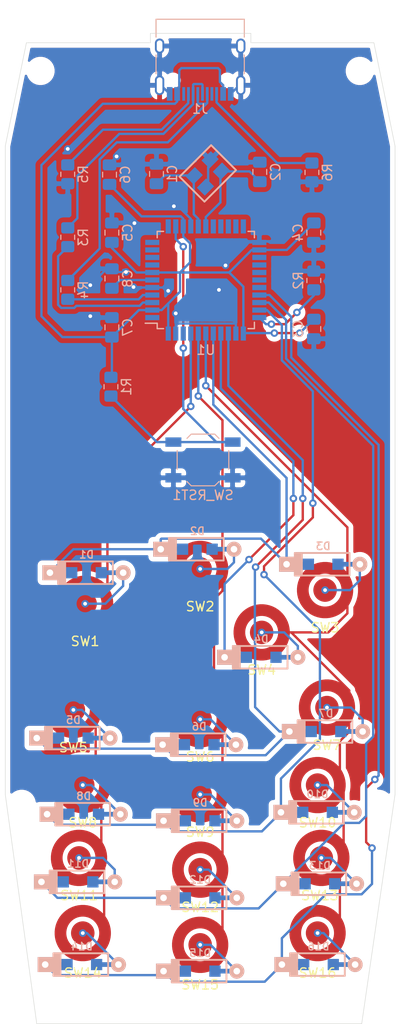
<source format=kicad_pcb>
(kicad_pcb (version 20171130) (host pcbnew "(5.1.9)-1")
  (layers (0 F.Cu signal) (31 B.Cu signal) (34 B.Paste user) (35 F.Paste user) (36 B.SilkS user) (37 F.SilkS user) (38 B.Mask user) (39 F.Mask user) (44 Edge.Cuts user))
  (net 0 "")
  (net 1 "Net-(C1-Pad1)")
  (net 2 GND)
  (net 3 "Net-(C2-Pad1)")
  (net 4 VCC)
  (net 5 "Net-(C8-Pad1)")
  (net 6 "Net-(D1-Pad2)")
  (net 7 /row0)
  (net 8 "Net-(D2-Pad2)")
  (net 9 "Net-(D3-Pad2)")
  (net 10 "Net-(D4-Pad2)")
  (net 11 /row1)
  (net 12 "Net-(D5-Pad2)")
  (net 13 /row2)
  (net 14 "Net-(D6-Pad2)")
  (net 15 "Net-(D7-Pad2)")
  (net 16 "Net-(D8-Pad2)")
  (net 17 /row3)
  (net 18 "Net-(D9-Pad2)")
  (net 19 "Net-(D10-Pad2)")
  (net 20 "Net-(D11-Pad2)")
  (net 21 /row4)
  (net 22 "Net-(D12-Pad2)")
  (net 23 "Net-(D13-Pad2)")
  (net 24 "Net-(D14-Pad2)")
  (net 25 /row5)
  (net 26 "Net-(D15-Pad2)")
  (net 27 "Net-(D16-Pad2)")
  (net 28 "Net-(R1-Pad1)")
  (net 29 "Net-(R2-Pad2)")
  (net 30 "Net-(R3-Pad1)")
  (net 31 "Net-(R4-Pad1)")
  (net 32 /col0)
  (net 33 /col1)
  (net 34 /col2)
  (net 35 "Net-(U1-Pad1)")
  (net 36 "Net-(U1-Pad8)")
  (net 37 "Net-(U1-Pad9)")
  (net 38 "Net-(U1-Pad10)")
  (net 39 "Net-(U1-Pad11)")
  (net 40 "Net-(U1-Pad12)")
  (net 41 "Net-(U1-Pad18)")
  (net 42 "Net-(U1-Pad19)")
  (net 43 "Net-(U1-Pad20)")
  (net 44 "Net-(U1-Pad21)")
  (net 45 "Net-(U1-Pad22)")
  (net 46 "Net-(U1-Pad25)")
  (net 47 "Net-(U1-Pad26)")
  (net 48 "Net-(U1-Pad27)")
  (net 49 "Net-(U1-Pad28)")
  (net 50 "Net-(U1-Pad29)")
  (net 51 "Net-(U1-Pad42)")
  (net 52 "Net-(J1-PadB8)")
  (net 53 "Net-(J1-PadA5)")
  (net 54 "Net-(J1-PadA7)")
  (net 55 "Net-(J1-PadA6)")
  (net 56 "Net-(J1-PadA8)")
  (net 57 "Net-(J1-PadB5)")
  (module Nokia_3310:Nokia_3310_MountHole (layer F.Cu) (at 174.5 135)
    (fp_text reference NPTH hide)
    (fp_text value Mount)
    (pad "" np_thru_hole circle (at 0 0) (size 2 2) (drill 2) (layers *.Cu *.Mask))
  )
  (module Nokia_3310:Nokia_3310_MountHole (layer F.Cu) (at 172.5 57)
    (fp_text reference NPTH hide)
    (fp_text value Mount)
    (pad "" np_thru_hole circle (at 0 0) (size 2 2) (drill 2) (layers *.Cu *.Mask))
  )
  (module Nokia_3310:Nokia_3310_MountHole (layer F.Cu) (at 138.5 57)
    (fp_text reference NPTH hide)
    (fp_text value Mount)
    (pad "" np_thru_hole circle (at 0 0) (size 2 2) (drill 2) (layers *.Cu *.Mask))
  )
  (module Nokia_3310:Nokia_3310_MountHole (layer F.Cu) (at 136.5 135)
    (fp_text reference NPTH hide)
    (fp_text value Mounr)
    (pad "" np_thru_hole circle (at 0 0) (size 2 2) (drill 2) (layers *.Cu *.Mask))
  )
  (module Nokia_3310:Nokia_3310_MountHole (layer F.Cu) (at 141.5 155)
    (fp_text reference NPTH hide)
    (fp_text value Mount)
    (pad "" np_thru_hole circle (at 0 0) (size 2 2) (drill 2) (layers *.Cu *.Mask))
  )
  (module Nokia_3310:Nokia_3310_MountHole (layer F.Cu) (at 169.5 155)
    (fp_text reference NPTH hide)
    (fp_text value Mount)
    (pad "" np_thru_hole circle (at 0 0) (size 2 2) (drill 2) (layers *.Cu *.Mask))
  )
  (module Nokia_3310:Nokia_3310_ButtonPad (layer F.Cu) (at 168 133)
    (fp_text reference SW10 (at 0 4) (layer F.SilkS))
    (fp_text value SW_Push)
    (pad 1 smd custom (at 2.375 0) (size 1.25 1.25) (layers F.Cu F.Paste F.Mask) (net 34 /col2) (options (clearance outline) (anchor circle)) (primitives (gr_circle (center -2.375 0) (end 0 0) (width 1.25))))
    (pad 2 smd circle (at 0 0) (size 2.5 2.5) (layers F.Cu F.Paste F.Mask) (net 19 "Net-(D10-Pad2)"))
  )
  (module Nokia_3310:Nokia_3310_ButtonPad (layer F.Cu) (at 143.25 113.7)
    (fp_text reference SW1 (at 0 4) (layer F.SilkS))
    (fp_text value SW_Push)
    (pad 2 smd circle (at 0 0) (size 2.5 2.5) (layers F.Cu F.Paste F.Mask) (net 6 "Net-(D1-Pad2)"))
    (pad 1 smd custom (at 2.375 0) (size 1.25 1.25) (layers F.Cu F.Paste F.Mask) (net 32 /col0) (options (clearance outline) (anchor circle)) (primitives (gr_circle (center -2.375 0) (end 0 0) (width 1.25))))
  )
  (module Button_Switch_SMD:SW_SPST_TL3342 (layer B.Cu) (at 155.8 98.4)
    (fp_text reference SW_RST1 (at 0 3.75) (layer B.SilkS) (effects (justify mirror)))
    (fp_text value SW_Push)
    (pad 1 smd rect (at -3.15 1.9) (size 1.7 1) (layers B.Cu B.Paste B.Mask) (net 2 GND))
    (pad 1 smd rect (at 3.15 1.9) (size 1.7 1) (layers B.Cu B.Paste B.Mask) (net 2 GND))
    (pad 2 smd rect (at -3.15 -1.9) (size 1.7 1) (layers B.Cu B.Paste B.Mask) (net 28 "Net-(R1-Pad1)"))
    (pad 2 smd rect (at 3.15 -1.9) (size 1.7 1) (layers B.Cu B.Paste B.Mask) (net 28 "Net-(R1-Pad1)"))
  )
  (module Resistor_SMD:R_0805_2012Metric_Pad1.20x1.40mm_HandSolder (layer B.Cu) (at 167.4 67.8 90)
    (fp_text reference R6 (at 0 1.65 90) (layer B.SilkS) (effects (justify mirror)))
    (fp_text value 5.1k)
    (pad 2 smd roundrect (at 1 0 90) (size 1.2 1.4) (layers B.Cu B.Paste B.Mask) (roundrect_rratio 0.2083325) (net 57 "Net-(J1-PadB5)"))
    (pad 1 smd roundrect (at -1 0 90) (size 1.2 1.4) (layers B.Cu B.Paste B.Mask) (roundrect_rratio 0.2083325) (net 2 GND))
  )
  (module Resistor_SMD:R_0805_2012Metric_Pad1.20x1.40mm_HandSolder (layer B.Cu) (at 141.4 68 90)
    (fp_text reference R5 (at 0 1.65 90) (layer B.SilkS) (effects (justify mirror)))
    (fp_text value 5.1k)
    (pad 2 smd roundrect (at 1 0 90) (size 1.2 1.4) (layers B.Cu B.Paste B.Mask) (roundrect_rratio 0.2083325) (net 53 "Net-(J1-PadA5)"))
    (pad 1 smd roundrect (at -1 0 90) (size 1.2 1.4) (layers B.Cu B.Paste B.Mask) (roundrect_rratio 0.2083325) (net 2 GND))
  )
  (module Capacitor_SMD:C_0805_2012Metric_Pad1.18x1.45mm_HandSolder (layer B.Cu) (at 150.85 67.9625 90)
    (fp_text reference C1 (at 0 1.68 90) (layer B.SilkS) (effects (justify mirror)))
    (fp_text value 22p)
    (pad 1 smd roundrect (at -1.0375 0 90) (size 1.175 1.45) (layers B.Cu B.Paste B.Mask) (roundrect_rratio 0.2127659574468085) (net 1 "Net-(C1-Pad1)"))
    (pad 2 smd roundrect (at 1.0375 0 90) (size 1.175 1.45) (layers B.Cu B.Paste B.Mask) (roundrect_rratio 0.2127659574468085) (net 2 GND))
  )
  (module Capacitor_SMD:C_0805_2012Metric_Pad1.18x1.45mm_HandSolder (layer B.Cu) (at 161.85 67.75 90)
    (fp_text reference C2 (at 0 1.68 90) (layer B.SilkS) (effects (justify mirror)))
    (fp_text value 22p)
    (pad 2 smd roundrect (at 1.0375 0 90) (size 1.175 1.45) (layers B.Cu B.Paste B.Mask) (roundrect_rratio 0.2127659574468085) (net 2 GND))
    (pad 1 smd roundrect (at -1.0375 0 90) (size 1.175 1.45) (layers B.Cu B.Paste B.Mask) (roundrect_rratio 0.2127659574468085) (net 3 "Net-(C2-Pad1)"))
  )
  (module Capacitor_SMD:C_0805_2012Metric_Pad1.18x1.45mm_HandSolder (layer B.Cu) (at 167.6 84.4625 270)
    (fp_text reference C3 (at 0 1.68 90) (layer B.SilkS) (effects (justify mirror)))
    (fp_text value 0.1u)
    (pad 1 smd roundrect (at -1.0375 0 270) (size 1.175 1.45) (layers B.Cu B.Paste B.Mask) (roundrect_rratio 0.2127659574468085) (net 4 VCC))
    (pad 2 smd roundrect (at 1.0375 0 270) (size 1.175 1.45) (layers B.Cu B.Paste B.Mask) (roundrect_rratio 0.2127659574468085) (net 2 GND))
  )
  (module Capacitor_SMD:C_0805_2012Metric_Pad1.18x1.45mm_HandSolder (layer B.Cu) (at 167.6 74.2125 270)
    (fp_text reference C4 (at 0 1.68 90) (layer B.SilkS) (effects (justify mirror)))
    (fp_text value 0.1u)
    (pad 2 smd roundrect (at 1.0375 0 270) (size 1.175 1.45) (layers B.Cu B.Paste B.Mask) (roundrect_rratio 0.2127659574468085) (net 2 GND))
    (pad 1 smd roundrect (at -1.0375 0 270) (size 1.175 1.45) (layers B.Cu B.Paste B.Mask) (roundrect_rratio 0.2127659574468085) (net 4 VCC))
  )
  (module Capacitor_SMD:C_0805_2012Metric_Pad1.18x1.45mm_HandSolder (layer B.Cu) (at 146.1 74.2125 90)
    (fp_text reference C5 (at 0 1.68 90) (layer B.SilkS) (effects (justify mirror)))
    (fp_text value 0.1u)
    (pad 1 smd roundrect (at -1.0375 0 90) (size 1.175 1.45) (layers B.Cu B.Paste B.Mask) (roundrect_rratio 0.2127659574468085) (net 4 VCC))
    (pad 2 smd roundrect (at 1.0375 0 90) (size 1.175 1.45) (layers B.Cu B.Paste B.Mask) (roundrect_rratio 0.2127659574468085) (net 2 GND))
  )
  (module Capacitor_SMD:C_0805_2012Metric_Pad1.18x1.45mm_HandSolder (layer B.Cu) (at 145.85 68.0375 90)
    (fp_text reference C6 (at 0 1.68 90) (layer B.SilkS) (effects (justify mirror)))
    (fp_text value 0.1u)
    (pad 2 smd roundrect (at 1.0375 0 90) (size 1.175 1.45) (layers B.Cu B.Paste B.Mask) (roundrect_rratio 0.2127659574468085) (net 2 GND))
    (pad 1 smd roundrect (at -1.0375 0 90) (size 1.175 1.45) (layers B.Cu B.Paste B.Mask) (roundrect_rratio 0.2127659574468085) (net 4 VCC))
  )
  (module Capacitor_SMD:C_0805_2012Metric_Pad1.18x1.45mm_HandSolder (layer B.Cu) (at 146.1 84.2875 90)
    (fp_text reference C7 (at 0 1.68 90) (layer B.SilkS) (effects (justify mirror)))
    (fp_text value 4.7u)
    (pad 1 smd roundrect (at -1.0375 0 90) (size 1.175 1.45) (layers B.Cu B.Paste B.Mask) (roundrect_rratio 0.2127659574468085) (net 4 VCC))
    (pad 2 smd roundrect (at 1.0375 0 90) (size 1.175 1.45) (layers B.Cu B.Paste B.Mask) (roundrect_rratio 0.2127659574468085) (net 2 GND))
  )
  (module Capacitor_SMD:C_0805_2012Metric_Pad1.18x1.45mm_HandSolder (layer B.Cu) (at 146.1 79.092499 90)
    (fp_text reference C8 (at 0 1.68 90) (layer B.SilkS) (effects (justify mirror)))
    (fp_text value 1u)
    (pad 2 smd roundrect (at 1.0375 0 90) (size 1.175 1.45) (layers B.Cu B.Paste B.Mask) (roundrect_rratio 0.2127659574468085) (net 2 GND))
    (pad 1 smd roundrect (at -1.0375 0 90) (size 1.175 1.45) (layers B.Cu B.Paste B.Mask) (roundrect_rratio 0.2127659574468085) (net 5 "Net-(C8-Pad1)"))
  )
  (module keyboard_parts:D_SOD123_axial (layer B.Cu) (at 143.4 110.4)
    (fp_text reference D1 (at 0 -1.925) (layer B.SilkS) (effects (font (size 0.8 0.8)) (justify mirror)))
    (fp_text value D hide)
    (pad 2 smd rect (at 2.7 0) (size 2.5 0.5) (layers B.Cu) (net 6 "Net-(D1-Pad2)"))
    (pad 1 smd rect (at -2.7 0) (size 2.5 0.5) (layers B.Cu) (net 7 /row0))
    (pad 2 thru_hole circle (at 3.9 0) (size 1.6 1.6) (drill 0.7) (layers *.Cu *.Mask B.SilkS) (net 6 "Net-(D1-Pad2)"))
    (pad 1 thru_hole rect (at -3.9 0) (size 1.6 1.6) (drill 0.7) (layers *.Cu *.Mask B.SilkS) (net 7 /row0))
    (pad 1 smd rect (at -1.575 0) (size 1.2 1.2) (layers B.Cu B.Paste B.Mask) (net 7 /row0))
    (pad 2 smd rect (at 1.575 0) (size 1.2 1.2) (layers B.Cu B.Paste B.Mask) (net 6 "Net-(D1-Pad2)"))
  )
  (module keyboard_parts:D_SOD123_axial (layer B.Cu) (at 155.2 107.9)
    (fp_text reference D2 (at 0 -1.925) (layer B.SilkS) (effects (font (size 0.8 0.8)) (justify mirror)))
    (fp_text value D hide)
    (pad 2 smd rect (at 1.575 0) (size 1.2 1.2) (layers B.Cu B.Paste B.Mask) (net 8 "Net-(D2-Pad2)"))
    (pad 1 smd rect (at -1.575 0) (size 1.2 1.2) (layers B.Cu B.Paste B.Mask) (net 7 /row0))
    (pad 1 thru_hole rect (at -3.9 0) (size 1.6 1.6) (drill 0.7) (layers *.Cu *.Mask B.SilkS) (net 7 /row0))
    (pad 2 thru_hole circle (at 3.9 0) (size 1.6 1.6) (drill 0.7) (layers *.Cu *.Mask B.SilkS) (net 8 "Net-(D2-Pad2)"))
    (pad 1 smd rect (at -2.7 0) (size 2.5 0.5) (layers B.Cu) (net 7 /row0))
    (pad 2 smd rect (at 2.7 0) (size 2.5 0.5) (layers B.Cu) (net 8 "Net-(D2-Pad2)"))
  )
  (module keyboard_parts:D_SOD123_axial (layer B.Cu) (at 168.6 109.5)
    (fp_text reference D3 (at 0 -1.925) (layer B.SilkS) (effects (font (size 0.8 0.8)) (justify mirror)))
    (fp_text value D hide)
    (pad 2 smd rect (at 2.7 0) (size 2.5 0.5) (layers B.Cu) (net 9 "Net-(D3-Pad2)"))
    (pad 1 smd rect (at -2.7 0) (size 2.5 0.5) (layers B.Cu) (net 7 /row0))
    (pad 2 thru_hole circle (at 3.9 0) (size 1.6 1.6) (drill 0.7) (layers *.Cu *.Mask B.SilkS) (net 9 "Net-(D3-Pad2)"))
    (pad 1 thru_hole rect (at -3.9 0) (size 1.6 1.6) (drill 0.7) (layers *.Cu *.Mask B.SilkS) (net 7 /row0))
    (pad 1 smd rect (at -1.575 0) (size 1.2 1.2) (layers B.Cu B.Paste B.Mask) (net 7 /row0))
    (pad 2 smd rect (at 1.575 0) (size 1.2 1.2) (layers B.Cu B.Paste B.Mask) (net 9 "Net-(D3-Pad2)"))
  )
  (module keyboard_parts:D_SOD123_axial (layer B.Cu) (at 162 119.4)
    (fp_text reference D4 (at 0 -1.925) (layer B.SilkS) (effects (font (size 0.8 0.8)) (justify mirror)))
    (fp_text value D hide)
    (pad 2 smd rect (at 1.575 0) (size 1.2 1.2) (layers B.Cu B.Paste B.Mask) (net 10 "Net-(D4-Pad2)"))
    (pad 1 smd rect (at -1.575 0) (size 1.2 1.2) (layers B.Cu B.Paste B.Mask) (net 11 /row1))
    (pad 1 thru_hole rect (at -3.9 0) (size 1.6 1.6) (drill 0.7) (layers *.Cu *.Mask B.SilkS) (net 11 /row1))
    (pad 2 thru_hole circle (at 3.9 0) (size 1.6 1.6) (drill 0.7) (layers *.Cu *.Mask B.SilkS) (net 10 "Net-(D4-Pad2)"))
    (pad 1 smd rect (at -2.7 0) (size 2.5 0.5) (layers B.Cu) (net 11 /row1))
    (pad 2 smd rect (at 2.7 0) (size 2.5 0.5) (layers B.Cu) (net 10 "Net-(D4-Pad2)"))
  )
  (module keyboard_parts:D_SOD123_axial (layer B.Cu) (at 142 128)
    (fp_text reference D5 (at 0 -1.925) (layer B.SilkS) (effects (font (size 0.8 0.8)) (justify mirror)))
    (fp_text value D hide)
    (pad 2 smd rect (at 2.7 0) (size 2.5 0.5) (layers B.Cu) (net 12 "Net-(D5-Pad2)"))
    (pad 1 smd rect (at -2.7 0) (size 2.5 0.5) (layers B.Cu) (net 13 /row2))
    (pad 2 thru_hole circle (at 3.9 0) (size 1.6 1.6) (drill 0.7) (layers *.Cu *.Mask B.SilkS) (net 12 "Net-(D5-Pad2)"))
    (pad 1 thru_hole rect (at -3.9 0) (size 1.6 1.6) (drill 0.7) (layers *.Cu *.Mask B.SilkS) (net 13 /row2))
    (pad 1 smd rect (at -1.575 0) (size 1.2 1.2) (layers B.Cu B.Paste B.Mask) (net 13 /row2))
    (pad 2 smd rect (at 1.575 0) (size 1.2 1.2) (layers B.Cu B.Paste B.Mask) (net 12 "Net-(D5-Pad2)"))
  )
  (module keyboard_parts:D_SOD123_axial (layer B.Cu) (at 155.4 128.7)
    (fp_text reference D6 (at 0 -1.925) (layer B.SilkS) (effects (font (size 0.8 0.8)) (justify mirror)))
    (fp_text value D hide)
    (pad 2 smd rect (at 1.575 0) (size 1.2 1.2) (layers B.Cu B.Paste B.Mask) (net 14 "Net-(D6-Pad2)"))
    (pad 1 smd rect (at -1.575 0) (size 1.2 1.2) (layers B.Cu B.Paste B.Mask) (net 13 /row2))
    (pad 1 thru_hole rect (at -3.9 0) (size 1.6 1.6) (drill 0.7) (layers *.Cu *.Mask B.SilkS) (net 13 /row2))
    (pad 2 thru_hole circle (at 3.9 0) (size 1.6 1.6) (drill 0.7) (layers *.Cu *.Mask B.SilkS) (net 14 "Net-(D6-Pad2)"))
    (pad 1 smd rect (at -2.7 0) (size 2.5 0.5) (layers B.Cu) (net 13 /row2))
    (pad 2 smd rect (at 2.7 0) (size 2.5 0.5) (layers B.Cu) (net 14 "Net-(D6-Pad2)"))
  )
  (module keyboard_parts:D_SOD123_axial (layer B.Cu) (at 168.9 127.3)
    (fp_text reference D7 (at 0 -1.925) (layer B.SilkS) (effects (font (size 0.8 0.8)) (justify mirror)))
    (fp_text value D hide)
    (pad 2 smd rect (at 2.7 0) (size 2.5 0.5) (layers B.Cu) (net 15 "Net-(D7-Pad2)"))
    (pad 1 smd rect (at -2.7 0) (size 2.5 0.5) (layers B.Cu) (net 13 /row2))
    (pad 2 thru_hole circle (at 3.9 0) (size 1.6 1.6) (drill 0.7) (layers *.Cu *.Mask B.SilkS) (net 15 "Net-(D7-Pad2)"))
    (pad 1 thru_hole rect (at -3.9 0) (size 1.6 1.6) (drill 0.7) (layers *.Cu *.Mask B.SilkS) (net 13 /row2))
    (pad 1 smd rect (at -1.575 0) (size 1.2 1.2) (layers B.Cu B.Paste B.Mask) (net 13 /row2))
    (pad 2 smd rect (at 1.575 0) (size 1.2 1.2) (layers B.Cu B.Paste B.Mask) (net 15 "Net-(D7-Pad2)"))
  )
  (module keyboard_parts:D_SOD123_axial (layer B.Cu) (at 143.1 136.1)
    (fp_text reference D8 (at 0 -1.925) (layer B.SilkS) (effects (font (size 0.8 0.8)) (justify mirror)))
    (fp_text value D hide)
    (pad 2 smd rect (at 1.575 0) (size 1.2 1.2) (layers B.Cu B.Paste B.Mask) (net 16 "Net-(D8-Pad2)"))
    (pad 1 smd rect (at -1.575 0) (size 1.2 1.2) (layers B.Cu B.Paste B.Mask) (net 17 /row3))
    (pad 1 thru_hole rect (at -3.9 0) (size 1.6 1.6) (drill 0.7) (layers *.Cu *.Mask B.SilkS) (net 17 /row3))
    (pad 2 thru_hole circle (at 3.9 0) (size 1.6 1.6) (drill 0.7) (layers *.Cu *.Mask B.SilkS) (net 16 "Net-(D8-Pad2)"))
    (pad 1 smd rect (at -2.7 0) (size 2.5 0.5) (layers B.Cu) (net 17 /row3))
    (pad 2 smd rect (at 2.7 0) (size 2.5 0.5) (layers B.Cu) (net 16 "Net-(D8-Pad2)"))
  )
  (module keyboard_parts:D_SOD123_axial (layer B.Cu) (at 155.5 136.8)
    (fp_text reference D9 (at 0 -1.925) (layer B.SilkS) (effects (font (size 0.8 0.8)) (justify mirror)))
    (fp_text value D hide)
    (pad 2 smd rect (at 2.7 0) (size 2.5 0.5) (layers B.Cu) (net 18 "Net-(D9-Pad2)"))
    (pad 1 smd rect (at -2.7 0) (size 2.5 0.5) (layers B.Cu) (net 17 /row3))
    (pad 2 thru_hole circle (at 3.9 0) (size 1.6 1.6) (drill 0.7) (layers *.Cu *.Mask B.SilkS) (net 18 "Net-(D9-Pad2)"))
    (pad 1 thru_hole rect (at -3.9 0) (size 1.6 1.6) (drill 0.7) (layers *.Cu *.Mask B.SilkS) (net 17 /row3))
    (pad 1 smd rect (at -1.575 0) (size 1.2 1.2) (layers B.Cu B.Paste B.Mask) (net 17 /row3))
    (pad 2 smd rect (at 1.575 0) (size 1.2 1.2) (layers B.Cu B.Paste B.Mask) (net 18 "Net-(D9-Pad2)"))
  )
  (module keyboard_parts:D_SOD123_axial (layer B.Cu) (at 168 135.9)
    (fp_text reference D10 (at 0 -1.925) (layer B.SilkS) (effects (font (size 0.8 0.8)) (justify mirror)))
    (fp_text value D hide)
    (pad 2 smd rect (at 1.575 0) (size 1.2 1.2) (layers B.Cu B.Paste B.Mask) (net 19 "Net-(D10-Pad2)"))
    (pad 1 smd rect (at -1.575 0) (size 1.2 1.2) (layers B.Cu B.Paste B.Mask) (net 17 /row3))
    (pad 1 thru_hole rect (at -3.9 0) (size 1.6 1.6) (drill 0.7) (layers *.Cu *.Mask B.SilkS) (net 17 /row3))
    (pad 2 thru_hole circle (at 3.9 0) (size 1.6 1.6) (drill 0.7) (layers *.Cu *.Mask B.SilkS) (net 19 "Net-(D10-Pad2)"))
    (pad 1 smd rect (at -2.7 0) (size 2.5 0.5) (layers B.Cu) (net 17 /row3))
    (pad 2 smd rect (at 2.7 0) (size 2.5 0.5) (layers B.Cu) (net 19 "Net-(D10-Pad2)"))
  )
  (module keyboard_parts:D_SOD123_axial (layer B.Cu) (at 142.5 143.3)
    (fp_text reference D11 (at 0 -1.925) (layer B.SilkS) (effects (font (size 0.8 0.8)) (justify mirror)))
    (fp_text value D hide)
    (pad 2 smd rect (at 1.575 0) (size 1.2 1.2) (layers B.Cu B.Paste B.Mask) (net 20 "Net-(D11-Pad2)"))
    (pad 1 smd rect (at -1.575 0) (size 1.2 1.2) (layers B.Cu B.Paste B.Mask) (net 21 /row4))
    (pad 1 thru_hole rect (at -3.9 0) (size 1.6 1.6) (drill 0.7) (layers *.Cu *.Mask B.SilkS) (net 21 /row4))
    (pad 2 thru_hole circle (at 3.9 0) (size 1.6 1.6) (drill 0.7) (layers *.Cu *.Mask B.SilkS) (net 20 "Net-(D11-Pad2)"))
    (pad 1 smd rect (at -2.7 0) (size 2.5 0.5) (layers B.Cu) (net 21 /row4))
    (pad 2 smd rect (at 2.7 0) (size 2.5 0.5) (layers B.Cu) (net 20 "Net-(D11-Pad2)"))
  )
  (module keyboard_parts:D_SOD123_axial (layer B.Cu) (at 155.5 145)
    (fp_text reference D12 (at 0 -1.925) (layer B.SilkS) (effects (font (size 0.8 0.8)) (justify mirror)))
    (fp_text value D hide)
    (pad 2 smd rect (at 2.7 0) (size 2.5 0.5) (layers B.Cu) (net 22 "Net-(D12-Pad2)"))
    (pad 1 smd rect (at -2.7 0) (size 2.5 0.5) (layers B.Cu) (net 21 /row4))
    (pad 2 thru_hole circle (at 3.9 0) (size 1.6 1.6) (drill 0.7) (layers *.Cu *.Mask B.SilkS) (net 22 "Net-(D12-Pad2)"))
    (pad 1 thru_hole rect (at -3.9 0) (size 1.6 1.6) (drill 0.7) (layers *.Cu *.Mask B.SilkS) (net 21 /row4))
    (pad 1 smd rect (at -1.575 0) (size 1.2 1.2) (layers B.Cu B.Paste B.Mask) (net 21 /row4))
    (pad 2 smd rect (at 1.575 0) (size 1.2 1.2) (layers B.Cu B.Paste B.Mask) (net 22 "Net-(D12-Pad2)"))
  )
  (module keyboard_parts:D_SOD123_axial (layer B.Cu) (at 168.25 143.5)
    (fp_text reference D13 (at 0 -1.925) (layer B.SilkS) (effects (font (size 0.8 0.8)) (justify mirror)))
    (fp_text value D hide)
    (pad 2 smd rect (at 1.575 0) (size 1.2 1.2) (layers B.Cu B.Paste B.Mask) (net 23 "Net-(D13-Pad2)"))
    (pad 1 smd rect (at -1.575 0) (size 1.2 1.2) (layers B.Cu B.Paste B.Mask) (net 21 /row4))
    (pad 1 thru_hole rect (at -3.9 0) (size 1.6 1.6) (drill 0.7) (layers *.Cu *.Mask B.SilkS) (net 21 /row4))
    (pad 2 thru_hole circle (at 3.9 0) (size 1.6 1.6) (drill 0.7) (layers *.Cu *.Mask B.SilkS) (net 23 "Net-(D13-Pad2)"))
    (pad 1 smd rect (at -2.7 0) (size 2.5 0.5) (layers B.Cu) (net 21 /row4))
    (pad 2 smd rect (at 2.7 0) (size 2.5 0.5) (layers B.Cu) (net 23 "Net-(D13-Pad2)"))
  )
  (module keyboard_parts:D_SOD123_axial (layer B.Cu) (at 142.9 152.1)
    (fp_text reference D14 (at 0 -1.925) (layer B.SilkS) (effects (font (size 0.8 0.8)) (justify mirror)))
    (fp_text value D hide)
    (pad 2 smd rect (at 2.7 0) (size 2.5 0.5) (layers B.Cu) (net 24 "Net-(D14-Pad2)"))
    (pad 1 smd rect (at -2.7 0) (size 2.5 0.5) (layers B.Cu) (net 25 /row5))
    (pad 2 thru_hole circle (at 3.9 0) (size 1.6 1.6) (drill 0.7) (layers *.Cu *.Mask B.SilkS) (net 24 "Net-(D14-Pad2)"))
    (pad 1 thru_hole rect (at -3.9 0) (size 1.6 1.6) (drill 0.7) (layers *.Cu *.Mask B.SilkS) (net 25 /row5))
    (pad 1 smd rect (at -1.575 0) (size 1.2 1.2) (layers B.Cu B.Paste B.Mask) (net 25 /row5))
    (pad 2 smd rect (at 1.575 0) (size 1.2 1.2) (layers B.Cu B.Paste B.Mask) (net 24 "Net-(D14-Pad2)"))
  )
  (module keyboard_parts:D_SOD123_axial (layer B.Cu) (at 155.5 152.8)
    (fp_text reference D15 (at 0 -1.925) (layer B.SilkS) (effects (font (size 0.8 0.8)) (justify mirror)))
    (fp_text value D hide)
    (pad 2 smd rect (at 1.575 0) (size 1.2 1.2) (layers B.Cu B.Paste B.Mask) (net 26 "Net-(D15-Pad2)"))
    (pad 1 smd rect (at -1.575 0) (size 1.2 1.2) (layers B.Cu B.Paste B.Mask) (net 25 /row5))
    (pad 1 thru_hole rect (at -3.9 0) (size 1.6 1.6) (drill 0.7) (layers *.Cu *.Mask B.SilkS) (net 25 /row5))
    (pad 2 thru_hole circle (at 3.9 0) (size 1.6 1.6) (drill 0.7) (layers *.Cu *.Mask B.SilkS) (net 26 "Net-(D15-Pad2)"))
    (pad 1 smd rect (at -2.7 0) (size 2.5 0.5) (layers B.Cu) (net 25 /row5))
    (pad 2 smd rect (at 2.7 0) (size 2.5 0.5) (layers B.Cu) (net 26 "Net-(D15-Pad2)"))
  )
  (module keyboard_parts:D_SOD123_axial (layer B.Cu) (at 168.1 152.1)
    (fp_text reference D16 (at 0 -1.925) (layer B.SilkS) (effects (font (size 0.8 0.8)) (justify mirror)))
    (fp_text value D hide)
    (pad 2 smd rect (at 2.7 0) (size 2.5 0.5) (layers B.Cu) (net 27 "Net-(D16-Pad2)"))
    (pad 1 smd rect (at -2.7 0) (size 2.5 0.5) (layers B.Cu) (net 25 /row5))
    (pad 2 thru_hole circle (at 3.9 0) (size 1.6 1.6) (drill 0.7) (layers *.Cu *.Mask B.SilkS) (net 27 "Net-(D16-Pad2)"))
    (pad 1 thru_hole rect (at -3.9 0) (size 1.6 1.6) (drill 0.7) (layers *.Cu *.Mask B.SilkS) (net 25 /row5))
    (pad 1 smd rect (at -1.575 0) (size 1.2 1.2) (layers B.Cu B.Paste B.Mask) (net 25 /row5))
    (pad 2 smd rect (at 1.575 0) (size 1.2 1.2) (layers B.Cu B.Paste B.Mask) (net 27 "Net-(D16-Pad2)"))
  )
  (module Resistor_SMD:R_0805_2012Metric_Pad1.20x1.40mm_HandSolder (layer B.Cu) (at 146 90.604999 90)
    (fp_text reference R1 (at 0 1.65 90) (layer B.SilkS) (effects (justify mirror)))
    (fp_text value 10k)
    (pad 1 smd roundrect (at -1 0 90) (size 1.2 1.4) (layers B.Cu B.Paste B.Mask) (roundrect_rratio 0.2083325) (net 28 "Net-(R1-Pad1)"))
    (pad 2 smd roundrect (at 1 0 90) (size 1.2 1.4) (layers B.Cu B.Paste B.Mask) (roundrect_rratio 0.2083325) (net 4 VCC))
  )
  (module Resistor_SMD:R_0805_2012Metric_Pad1.20x1.40mm_HandSolder (layer B.Cu) (at 167.6 79.3 270)
    (fp_text reference R2 (at 0 1.65 90) (layer B.SilkS) (effects (justify mirror)))
    (fp_text value 10k)
    (pad 2 smd roundrect (at 1 0 270) (size 1.2 1.4) (layers B.Cu B.Paste B.Mask) (roundrect_rratio 0.2083325) (net 29 "Net-(R2-Pad2)"))
    (pad 1 smd roundrect (at -1 0 270) (size 1.2 1.4) (layers B.Cu B.Paste B.Mask) (roundrect_rratio 0.2083325) (net 2 GND))
  )
  (module Resistor_SMD:R_0805_2012Metric_Pad1.20x1.40mm_HandSolder (layer B.Cu) (at 141.4 74.7 90)
    (fp_text reference R3 (at 0 1.65 90) (layer B.SilkS) (effects (justify mirror)))
    (fp_text value 22)
    (pad 1 smd roundrect (at -1 0 90) (size 1.2 1.4) (layers B.Cu B.Paste B.Mask) (roundrect_rratio 0.2083325) (net 30 "Net-(R3-Pad1)"))
    (pad 2 smd roundrect (at 1 0 90) (size 1.2 1.4) (layers B.Cu B.Paste B.Mask) (roundrect_rratio 0.2083325) (net 54 "Net-(J1-PadA7)"))
  )
  (module Resistor_SMD:R_0805_2012Metric_Pad1.20x1.40mm_HandSolder (layer B.Cu) (at 141.4 80.3 90)
    (fp_text reference R4 (at 0 1.65 90) (layer B.SilkS) (effects (justify mirror)))
    (fp_text value 22)
    (pad 1 smd roundrect (at -1 0 90) (size 1.2 1.4) (layers B.Cu B.Paste B.Mask) (roundrect_rratio 0.2083325) (net 31 "Net-(R4-Pad1)"))
    (pad 2 smd roundrect (at 1 0 90) (size 1.2 1.4) (layers B.Cu B.Paste B.Mask) (roundrect_rratio 0.2083325) (net 55 "Net-(J1-PadA6)"))
  )
  (module Nokia_3310:Nokia_3310_ButtonPad (layer F.Cu) (at 155.5 110)
    (fp_text reference SW2 (at 0 4) (layer F.SilkS))
    (fp_text value SW_Push)
    (pad 1 smd custom (at 2.375 0) (size 1.25 1.25) (layers F.Cu F.Paste F.Mask) (net 33 /col1) (options (clearance outline) (anchor circle)) (primitives (gr_circle (center -2.375 0) (end 0 0) (width 1.25))))
    (pad 2 smd circle (at 0 0) (size 2.5 2.5) (layers F.Cu F.Paste F.Mask) (net 8 "Net-(D2-Pad2)"))
  )
  (module Nokia_3310:Nokia_3310_ButtonPad (layer F.Cu) (at 168.8 112.25)
    (fp_text reference SW3 (at 0 4) (layer F.SilkS))
    (fp_text value SW_Push)
    (pad 2 smd circle (at 0 0) (size 2.5 2.5) (layers F.Cu F.Paste F.Mask) (net 9 "Net-(D3-Pad2)"))
    (pad 1 smd custom (at 2.375 0) (size 1.25 1.25) (layers F.Cu F.Paste F.Mask) (net 34 /col2) (options (clearance outline) (anchor circle)) (primitives (gr_circle (center -2.375 0) (end 0 0) (width 1.25))))
  )
  (module Nokia_3310:Nokia_3310_ButtonPad (layer F.Cu) (at 162.05 116.75)
    (fp_text reference SW4 (at 0 4) (layer F.SilkS))
    (fp_text value SW_Push)
    (pad 1 smd custom (at 2.375 0) (size 1.25 1.25) (layers F.Cu F.Paste F.Mask) (net 34 /col2) (options (clearance outline) (anchor circle)) (primitives (gr_circle (center -2.375 0) (end 0 0) (width 1.25))))
    (pad 2 smd circle (at 0 0) (size 2.5 2.5) (layers F.Cu F.Paste F.Mask) (net 10 "Net-(D4-Pad2)"))
  )
  (module Nokia_3310:Nokia_3310_ButtonPad (layer F.Cu) (at 142 125)
    (fp_text reference SW5 (at 0 4) (layer F.SilkS))
    (fp_text value SW_Push)
    (pad 2 smd circle (at 0 0) (size 2.5 2.5) (layers F.Cu F.Paste F.Mask) (net 12 "Net-(D5-Pad2)"))
    (pad 1 smd custom (at 2.375 0) (size 1.25 1.25) (layers F.Cu F.Paste F.Mask) (net 32 /col0) (options (clearance outline) (anchor circle)) (primitives (gr_circle (center -2.375 0) (end 0 0) (width 1.25))))
  )
  (module Nokia_3310:Nokia_3310_ButtonPad (layer F.Cu) (at 155.5 126)
    (fp_text reference SW6 (at 0 4) (layer F.SilkS))
    (fp_text value SW_Push)
    (pad 1 smd custom (at 2.375 0) (size 1.25 1.25) (layers F.Cu F.Paste F.Mask) (net 33 /col1) (options (clearance outline) (anchor circle)) (primitives (gr_circle (center -2.375 0) (end 0 0) (width 1.25))))
    (pad 2 smd circle (at 0 0) (size 2.5 2.5) (layers F.Cu F.Paste F.Mask) (net 14 "Net-(D6-Pad2)"))
  )
  (module Nokia_3310:Nokia_3310_ButtonPad (layer F.Cu) (at 169 124.75)
    (fp_text reference SW7 (at 0 4) (layer F.SilkS))
    (fp_text value SW_Push)
    (pad 2 smd circle (at 0 0) (size 2.5 2.5) (layers F.Cu F.Paste F.Mask) (net 15 "Net-(D7-Pad2)"))
    (pad 1 smd custom (at 2.375 0) (size 1.25 1.25) (layers F.Cu F.Paste F.Mask) (net 34 /col2) (options (clearance outline) (anchor circle)) (primitives (gr_circle (center -2.375 0) (end 0 0) (width 1.25))))
  )
  (module Nokia_3310:Nokia_3310_ButtonPad (layer F.Cu) (at 143 133)
    (fp_text reference SW8 (at 0 4) (layer F.SilkS))
    (fp_text value SW_Push)
    (pad 1 smd custom (at 2.375 0) (size 1.25 1.25) (layers F.Cu F.Paste F.Mask) (net 32 /col0) (options (clearance outline) (anchor circle)) (primitives (gr_circle (center -2.375 0) (end 0 0) (width 1.25))))
    (pad 2 smd circle (at 0 0) (size 2.5 2.5) (layers F.Cu F.Paste F.Mask) (net 16 "Net-(D8-Pad2)"))
  )
  (module Nokia_3310:Nokia_3310_ButtonPad (layer F.Cu) (at 155.5 134)
    (fp_text reference SW9 (at 0 4) (layer F.SilkS))
    (fp_text value SW_Push)
    (pad 2 smd circle (at 0 0) (size 2.5 2.5) (layers F.Cu F.Paste F.Mask) (net 18 "Net-(D9-Pad2)"))
    (pad 1 smd custom (at 2.375 0) (size 1.25 1.25) (layers F.Cu F.Paste F.Mask) (net 33 /col1) (options (clearance outline) (anchor circle)) (primitives (gr_circle (center -2.375 0) (end 0 0) (width 1.25))))
  )
  (module Nokia_3310:Nokia_3310_ButtonPad (layer F.Cu) (at 142.6 140.75)
    (fp_text reference SW11 (at 0 4) (layer F.SilkS))
    (fp_text value SW_Push)
    (pad 2 smd circle (at 0 0) (size 2.5 2.5) (layers F.Cu F.Paste F.Mask) (net 20 "Net-(D11-Pad2)"))
    (pad 1 smd custom (at 2.375 0) (size 1.25 1.25) (layers F.Cu F.Paste F.Mask) (net 32 /col0) (options (clearance outline) (anchor circle)) (primitives (gr_circle (center -2.375 0) (end 0 0) (width 1.25))))
  )
  (module Nokia_3310:Nokia_3310_ButtonPad (layer F.Cu) (at 155.5 142)
    (fp_text reference SW12 (at 0 4) (layer F.SilkS))
    (fp_text value SW_Push)
    (pad 1 smd custom (at 2.375 0) (size 1.25 1.25) (layers F.Cu F.Paste F.Mask) (net 33 /col1) (options (clearance outline) (anchor circle)) (primitives (gr_circle (center -2.375 0) (end 0 0) (width 1.25))))
    (pad 2 smd circle (at 0 0) (size 2.5 2.5) (layers F.Cu F.Paste F.Mask) (net 22 "Net-(D12-Pad2)"))
  )
  (module Nokia_3310:Nokia_3310_ButtonPad (layer F.Cu) (at 168.4 140.75)
    (fp_text reference SW13 (at -0.15 4) (layer F.SilkS))
    (fp_text value SW_Push)
    (pad 2 smd circle (at 0 0) (size 2.5 2.5) (layers F.Cu F.Paste F.Mask) (net 23 "Net-(D13-Pad2)"))
    (pad 1 smd custom (at 2.375 0) (size 1.25 1.25) (layers F.Cu F.Paste F.Mask) (net 34 /col2) (options (clearance outline) (anchor circle)) (primitives (gr_circle (center -2.375 0) (end 0 0) (width 1.25))))
  )
  (module Nokia_3310:Nokia_3310_ButtonPad (layer F.Cu) (at 143 148.75)
    (fp_text reference SW14 (at 0 4.25) (layer F.SilkS))
    (fp_text value SW_Push)
    (pad 1 smd custom (at 2.375 0) (size 1.25 1.25) (layers F.Cu F.Paste F.Mask) (net 32 /col0) (options (clearance outline) (anchor circle)) (primitives (gr_circle (center -2.375 0) (end 0 0) (width 1.25))))
    (pad 2 smd circle (at 0 0) (size 2.5 2.5) (layers F.Cu F.Paste F.Mask) (net 24 "Net-(D14-Pad2)"))
  )
  (module Nokia_3310:Nokia_3310_ButtonPad (layer F.Cu) (at 155.5 150)
    (fp_text reference SW15 (at 0 4.25) (layer F.SilkS))
    (fp_text value SW_Push)
    (pad 2 smd circle (at 0 0) (size 2.5 2.5) (layers F.Cu F.Paste F.Mask) (net 26 "Net-(D15-Pad2)"))
    (pad 1 smd custom (at 2.375 0) (size 1.25 1.25) (layers F.Cu F.Paste F.Mask) (net 33 /col1) (options (clearance outline) (anchor circle)) (primitives (gr_circle (center -2.375 0) (end 0 0) (width 1.25))))
  )
  (module Nokia_3310:Nokia_3310_ButtonPad (layer F.Cu) (at 168 148.75)
    (fp_text reference SW16 (at 0 4.25) (layer F.SilkS))
    (fp_text value SW_Push)
    (pad 1 smd custom (at 2.375 0) (size 1.25 1.25) (layers F.Cu F.Paste F.Mask) (net 34 /col2) (options (clearance outline) (anchor circle)) (primitives (gr_circle (center -2.375 0) (end 0 0) (width 1.25))))
    (pad 2 smd circle (at 0 0) (size 2.5 2.5) (layers F.Cu F.Paste F.Mask) (net 27 "Net-(D16-Pad2)"))
  )
  (module Package_QFP:TQFP-44_10x10mm_P0.8mm (layer B.Cu) (at 156.1 79.25)
    (fp_text reference U1 (at 0 7.45) (layer B.SilkS) (effects (justify mirror)))
    (fp_text value ATMEGA32U4)
    (pad 1 smd rect (at -5.7 4) (size 1.5 0.55) (layers B.Cu B.Paste B.Mask) (net 35 "Net-(U1-Pad1)"))
    (pad 2 smd rect (at -5.7 3.2) (size 1.5 0.55) (layers B.Cu B.Paste B.Mask) (net 4 VCC))
    (pad 3 smd rect (at -5.7 2.4) (size 1.5 0.55) (layers B.Cu B.Paste B.Mask) (net 30 "Net-(R3-Pad1)"))
    (pad 4 smd rect (at -5.7 1.6) (size 1.5 0.55) (layers B.Cu B.Paste B.Mask) (net 31 "Net-(R4-Pad1)"))
    (pad 5 smd rect (at -5.7 0.8) (size 1.5 0.55) (layers B.Cu B.Paste B.Mask) (net 2 GND))
    (pad 6 smd rect (at -5.7 0) (size 1.5 0.55) (layers B.Cu B.Paste B.Mask) (net 5 "Net-(C8-Pad1)"))
    (pad 7 smd rect (at -5.7 -0.8) (size 1.5 0.55) (layers B.Cu B.Paste B.Mask) (net 4 VCC))
    (pad 8 smd rect (at -5.7 -1.6) (size 1.5 0.55) (layers B.Cu B.Paste B.Mask) (net 36 "Net-(U1-Pad8)"))
    (pad 9 smd rect (at -5.7 -2.4) (size 1.5 0.55) (layers B.Cu B.Paste B.Mask) (net 37 "Net-(U1-Pad9)"))
    (pad 10 smd rect (at -5.7 -3.2) (size 1.5 0.55) (layers B.Cu B.Paste B.Mask) (net 38 "Net-(U1-Pad10)"))
    (pad 11 smd rect (at -5.7 -4) (size 1.5 0.55) (layers B.Cu B.Paste B.Mask) (net 39 "Net-(U1-Pad11)"))
    (pad 12 smd rect (at -4 -5.7 270) (size 1.5 0.55) (layers B.Cu B.Paste B.Mask) (net 40 "Net-(U1-Pad12)"))
    (pad 13 smd rect (at -3.2 -5.7 270) (size 1.5 0.55) (layers B.Cu B.Paste B.Mask) (net 28 "Net-(R1-Pad1)"))
    (pad 14 smd rect (at -2.4 -5.7 270) (size 1.5 0.55) (layers B.Cu B.Paste B.Mask) (net 4 VCC))
    (pad 15 smd rect (at -1.6 -5.7 270) (size 1.5 0.55) (layers B.Cu B.Paste B.Mask) (net 2 GND))
    (pad 16 smd rect (at -0.8 -5.7 270) (size 1.5 0.55) (layers B.Cu B.Paste B.Mask) (net 1 "Net-(C1-Pad1)"))
    (pad 17 smd rect (at 0 -5.7 270) (size 1.5 0.55) (layers B.Cu B.Paste B.Mask) (net 3 "Net-(C2-Pad1)"))
    (pad 18 smd rect (at 0.8 -5.7 270) (size 1.5 0.55) (layers B.Cu B.Paste B.Mask) (net 41 "Net-(U1-Pad18)"))
    (pad 19 smd rect (at 1.6 -5.7 270) (size 1.5 0.55) (layers B.Cu B.Paste B.Mask) (net 42 "Net-(U1-Pad19)"))
    (pad 20 smd rect (at 2.4 -5.7 270) (size 1.5 0.55) (layers B.Cu B.Paste B.Mask) (net 43 "Net-(U1-Pad20)"))
    (pad 21 smd rect (at 3.2 -5.7 270) (size 1.5 0.55) (layers B.Cu B.Paste B.Mask) (net 44 "Net-(U1-Pad21)"))
    (pad 22 smd rect (at 4 -5.7 270) (size 1.5 0.55) (layers B.Cu B.Paste B.Mask) (net 45 "Net-(U1-Pad22)"))
    (pad 23 smd rect (at 5.7 -4) (size 1.5 0.55) (layers B.Cu B.Paste B.Mask) (net 2 GND))
    (pad 24 smd rect (at 5.7 -3.2) (size 1.5 0.55) (layers B.Cu B.Paste B.Mask) (net 4 VCC))
    (pad 25 smd rect (at 5.7 -2.4) (size 1.5 0.55) (layers B.Cu B.Paste B.Mask) (net 46 "Net-(U1-Pad25)"))
    (pad 26 smd rect (at 5.7 -1.6) (size 1.5 0.55) (layers B.Cu B.Paste B.Mask) (net 47 "Net-(U1-Pad26)"))
    (pad 27 smd rect (at 5.7 -0.8) (size 1.5 0.55) (layers B.Cu B.Paste B.Mask) (net 48 "Net-(U1-Pad27)"))
    (pad 28 smd rect (at 5.7 0) (size 1.5 0.55) (layers B.Cu B.Paste B.Mask) (net 49 "Net-(U1-Pad28)"))
    (pad 29 smd rect (at 5.7 0.8) (size 1.5 0.55) (layers B.Cu B.Paste B.Mask) (net 50 "Net-(U1-Pad29)"))
    (pad 30 smd rect (at 5.7 1.6) (size 1.5 0.55) (layers B.Cu B.Paste B.Mask) (net 25 /row5))
    (pad 31 smd rect (at 5.7 2.4) (size 1.5 0.55) (layers B.Cu B.Paste B.Mask) (net 21 /row4))
    (pad 32 smd rect (at 5.7 3.2) (size 1.5 0.55) (layers B.Cu B.Paste B.Mask) (net 17 /row3))
    (pad 33 smd rect (at 5.7 4) (size 1.5 0.55) (layers B.Cu B.Paste B.Mask) (net 29 "Net-(R2-Pad2)"))
    (pad 34 smd rect (at 4 5.7 270) (size 1.5 0.55) (layers B.Cu B.Paste B.Mask) (net 4 VCC))
    (pad 35 smd rect (at 3.2 5.7 270) (size 1.5 0.55) (layers B.Cu B.Paste B.Mask) (net 2 GND))
    (pad 36 smd rect (at 2.4 5.7 270) (size 1.5 0.55) (layers B.Cu B.Paste B.Mask) (net 13 /row2))
    (pad 37 smd rect (at 1.6 5.7 270) (size 1.5 0.55) (layers B.Cu B.Paste B.Mask) (net 11 /row1))
    (pad 38 smd rect (at 0.8 5.7 270) (size 1.5 0.55) (layers B.Cu B.Paste B.Mask) (net 7 /row0))
    (pad 39 smd rect (at 0 5.7 270) (size 1.5 0.55) (layers B.Cu B.Paste B.Mask) (net 34 /col2))
    (pad 40 smd rect (at -0.8 5.7 270) (size 1.5 0.55) (layers B.Cu B.Paste B.Mask) (net 33 /col1))
    (pad 41 smd rect (at -1.6 5.7 270) (size 1.5 0.55) (layers B.Cu B.Paste B.Mask) (net 32 /col0))
    (pad 42 smd rect (at -2.4 5.7 270) (size 1.5 0.55) (layers B.Cu B.Paste B.Mask) (net 51 "Net-(U1-Pad42)"))
    (pad 43 smd rect (at -3.2 5.7 270) (size 1.5 0.55) (layers B.Cu B.Paste B.Mask) (net 2 GND))
    (pad 44 smd rect (at -4 5.7 270) (size 1.5 0.55) (layers B.Cu B.Paste B.Mask) (net 4 VCC))
  )
  (module keyboard_parts:FA-238 (layer B.Cu) (at 156.312132 67.906497 45)
    (fp_text reference X1 hide)
    (fp_text value XTAL_GND hide)
    (pad 3 smd rect (at -1.1 0.8 45) (size 1.4 1.2) (drill (offset -0.1 0.05)) (layers B.Cu B.Paste B.Mask) (net 2 GND) (clearance 0.2))
    (pad 2 smd rect (at 1.1 0.8 45) (size 1.4 1.2) (drill (offset 0.1 0.05)) (layers B.Cu B.Paste B.Mask) (net 3 "Net-(C2-Pad1)") (clearance 0.2))
    (pad 1 smd rect (at -1.1 -0.8 45) (size 1.4 1.2) (drill (offset -0.1 -0.05)) (layers B.Cu B.Paste B.Mask) (net 1 "Net-(C1-Pad1)") (clearance 0.2))
    (pad 3 smd rect (at 1.1 -0.8 45) (size 1.4 1.2) (drill (offset 0.1 -0.05)) (layers B.Cu B.Paste B.Mask) (net 2 GND) (clearance 0.2))
  )
  (module Connector_USB:USB_C_Receptacle_HRO_TYPE-C-31-M-12 (layer B.Cu) (at 155.5 55.4)
    (fp_text reference J1 (at 0 5.645) (layer B.SilkS) (effects (justify mirror)))
    (fp_text value USB_C_Receptacle_USB2.0)
    (pad S1 thru_hole oval (at 4.32 -1.05) (size 1 1.6) (drill oval 0.6 1.2) (layers *.Cu *.Mask) (net 2 GND))
    (pad "" np_thru_hole circle (at 2.89 2.6) (size 0.65 0.65) (drill 0.65) (layers *.Cu *.Mask))
    (pad S1 thru_hole oval (at -4.32 -1.05) (size 1 1.6) (drill oval 0.6 1.2) (layers *.Cu *.Mask) (net 2 GND))
    (pad "" np_thru_hole circle (at -2.89 2.6) (size 0.65 0.65) (drill 0.65) (layers *.Cu *.Mask))
    (pad S1 thru_hole oval (at -4.32 3.13) (size 1 2.1) (drill oval 0.6 1.7) (layers *.Cu *.Mask) (net 2 GND))
    (pad S1 thru_hole oval (at 4.32 3.13) (size 1 2.1) (drill oval 0.6 1.7) (layers *.Cu *.Mask) (net 2 GND))
    (pad A6 smd rect (at -0.25 4.045) (size 0.3 1.45) (layers B.Cu B.Paste B.Mask) (net 55 "Net-(J1-PadA6)"))
    (pad B5 smd rect (at 1.75 4.045) (size 0.3 1.45) (layers B.Cu B.Paste B.Mask) (net 57 "Net-(J1-PadB5)"))
    (pad A8 smd rect (at 1.25 4.045) (size 0.3 1.45) (layers B.Cu B.Paste B.Mask) (net 56 "Net-(J1-PadA8)"))
    (pad B6 smd rect (at 0.75 4.045) (size 0.3 1.45) (layers B.Cu B.Paste B.Mask) (net 55 "Net-(J1-PadA6)"))
    (pad A7 smd rect (at 0.25 4.045) (size 0.3 1.45) (layers B.Cu B.Paste B.Mask) (net 54 "Net-(J1-PadA7)"))
    (pad B7 smd rect (at -0.75 4.045) (size 0.3 1.45) (layers B.Cu B.Paste B.Mask) (net 54 "Net-(J1-PadA7)"))
    (pad A5 smd rect (at -1.25 4.045) (size 0.3 1.45) (layers B.Cu B.Paste B.Mask) (net 53 "Net-(J1-PadA5)"))
    (pad B8 smd rect (at -1.75 4.045) (size 0.3 1.45) (layers B.Cu B.Paste B.Mask) (net 52 "Net-(J1-PadB8)"))
    (pad A12 smd rect (at 3.25 4.045) (size 0.6 1.45) (layers B.Cu B.Paste B.Mask) (net 2 GND))
    (pad B4 smd rect (at 2.45 4.045) (size 0.6 1.45) (layers B.Cu B.Paste B.Mask) (net 4 VCC))
    (pad A4 smd rect (at -2.45 4.045) (size 0.6 1.45) (layers B.Cu B.Paste B.Mask) (net 4 VCC))
    (pad A1 smd rect (at -3.25 4.045) (size 0.6 1.45) (layers B.Cu B.Paste B.Mask) (net 2 GND))
    (pad B12 smd rect (at -3.25 4.045) (size 0.6 1.45) (layers B.Cu B.Paste B.Mask) (net 2 GND))
    (pad B9 smd rect (at -2.45 4.045) (size 0.6 1.45) (layers B.Cu B.Paste B.Mask) (net 4 VCC))
    (pad A9 smd rect (at 2.45 4.045) (size 0.6 1.45) (layers B.Cu B.Paste B.Mask) (net 4 VCC))
    (pad B1 smd rect (at 3.25 4.045) (size 0.6 1.45) (layers B.Cu B.Paste B.Mask) (net 2 GND))
  )
  (gr_line (start 172.7 158.4) (end 138.1 158.4) (layer Edge.Cuts) (width 0.05))
  (gr_line (start 160.9 54) (end 174 54) (layer Edge.Cuts) (width 0.05))
  (gr_line (start 160.9 53) (end 160.9 54) (layer Edge.Cuts) (width 0.05))
  (gr_line (start 150.2 53) (end 160.9 53) (layer Edge.Cuts) (width 0.05))
  (gr_line (start 150.2 54) (end 150.2 53) (layer Edge.Cuts) (width 0.05))
  (gr_line (start 137 54) (end 150.2 54) (layer Edge.Cuts) (width 0.05))
  (gr_line (start 134.75 65) (end 137 54) (layer Edge.Cuts) (width 0.05))
  (gr_line (start 176.25 65) (end 174 54) (layer Edge.Cuts) (width 0.05))
  (gr_line (start 176.25 134) (end 176.25 65) (layer Edge.Cuts) (width 0.05))
  (gr_line (start 134.75 134) (end 134.75 65) (layer Edge.Cuts) (width 0.05))
  (gr_line (start 172.7 158.4) (end 176.25 134) (layer Edge.Cuts) (width 0.05))
  (gr_line (start 138.1 158.4) (end 134.75 134) (layer Edge.Cuts) (width 0.05))
  (segment (start 154.820396 72.260394) (end 155.3 72.739998) (width 0.25) (layer B.Cu) (net 1))
  (segment (start 154.820396 68.266862) (end 154.820396 72.260394) (width 0.25) (layer B.Cu) (net 1))
  (segment (start 155.3 72.739998) (end 155.3 73.55) (width 0.25) (layer B.Cu) (net 1))
  (segment (start 154.968629 68.118629) (end 154.820396 68.266862) (width 0.25) (layer B.Cu) (net 1))
  (segment (start 151.731371 68.118629) (end 150.85 69) (width 0.25) (layer B.Cu) (net 1))
  (segment (start 154.968629 68.118629) (end 151.731371 68.118629) (width 0.25) (layer B.Cu) (net 1))
  (segment (start 156.517452 66.569806) (end 156.517452 67.082548) (width 0.25) (layer B.Cu) (net 2))
  (segment (start 156.524264 66.562994) (end 156.517452 66.569806) (width 0.25) (layer B.Cu) (net 2))
  (segment (start 156.517452 67.082548) (end 156.35 67.25) (width 0.25) (layer B.Cu) (net 2))
  (segment (start 156.35 69) (end 156.1 69.25) (width 0.25) (layer B.Cu) (net 2))
  (segment (start 156.35 67.25) (end 156.35 69) (width 0.25) (layer B.Cu) (net 2))
  (segment (start 152.65 100.3) (end 158.95 100.3) (width 0.25) (layer B.Cu) (net 2))
  (segment (start 159.665 58.53) (end 158.75 59.445) (width 0.25) (layer B.Cu) (net 2))
  (segment (start 159.82 58.53) (end 159.665 58.53) (width 0.25) (layer B.Cu) (net 2))
  (segment (start 159.82 58.53) (end 159.82 54.35) (width 0.25) (layer B.Cu) (net 2))
  (segment (start 159.82 54.35) (end 151.18 54.35) (width 0.25) (layer B.Cu) (net 2))
  (segment (start 151.18 54.35) (end 151.18 58.53) (width 0.25) (layer B.Cu) (net 2))
  (segment (start 151.335 58.53) (end 152.25 59.445) (width 0.25) (layer B.Cu) (net 2))
  (segment (start 151.18 58.53) (end 151.335 58.53) (width 0.25) (layer B.Cu) (net 2))
  (segment (start 153.160002 71.4) (end 152.7 71.4) (width 0.25) (layer B.Cu) (net 2))
  (via (at 152.7 71.4) (size 0.8) (drill 0.4) (layers F.Cu B.Cu) (net 2))
  (segment (start 154.5 72.739998) (end 153.160002 71.4) (width 0.25) (layer B.Cu) (net 2))
  (segment (start 154.5 73.55) (end 154.5 72.739998) (width 0.25) (layer B.Cu) (net 2))
  (via (at 148.5 73.2) (size 0.8) (drill 0.4) (layers F.Cu B.Cu) (net 2))
  (segment (start 150.3 71.4) (end 148.5 73.2) (width 0.25) (layer F.Cu) (net 2))
  (segment (start 152.7 71.4) (end 150.3 71.4) (width 0.25) (layer F.Cu) (net 2))
  (via (at 146.6 66.1) (size 0.8) (drill 0.4) (layers F.Cu B.Cu) (net 2))
  (segment (start 145.85 66.85) (end 146.6 66.1) (width 0.25) (layer B.Cu) (net 2))
  (segment (start 145.85 67) (end 145.85 66.85) (width 0.25) (layer B.Cu) (net 2))
  (via (at 141.4 65.3) (size 0.8) (drill 0.4) (layers F.Cu B.Cu) (net 2))
  (segment (start 145.8 65.3) (end 141.4 65.3) (width 0.25) (layer F.Cu) (net 2))
  (segment (start 146.6 66.1) (end 145.8 65.3) (width 0.25) (layer F.Cu) (net 2))
  (via (at 143.8 79.8) (size 0.8) (drill 0.4) (layers F.Cu B.Cu) (net 2))
  (segment (start 145.545001 78.054999) (end 143.8 79.8) (width 0.25) (layer B.Cu) (net 2))
  (segment (start 146.1 78.054999) (end 145.545001 78.054999) (width 0.25) (layer B.Cu) (net 2))
  (via (at 143.8 83.1) (size 0.8) (drill 0.4) (layers F.Cu B.Cu) (net 2))
  (segment (start 143.8 79.8) (end 143.8 83.1) (width 0.25) (layer F.Cu) (net 2))
  (via (at 148.4 80) (size 0.8) (drill 0.4) (layers F.Cu B.Cu) (net 2))
  (segment (start 148.45 80.05) (end 148.4 80) (width 0.25) (layer B.Cu) (net 2))
  (segment (start 150.4 80.05) (end 148.45 80.05) (width 0.25) (layer B.Cu) (net 2))
  (segment (start 148.4 79.2) (end 147.6 78.4) (width 0.25) (layer F.Cu) (net 2))
  (via (at 147.6 78.4) (size 0.8) (drill 0.4) (layers F.Cu B.Cu) (net 2))
  (segment (start 148.4 80) (end 148.4 79.2) (width 0.25) (layer F.Cu) (net 2))
  (segment (start 146.445001 78.4) (end 146.1 78.054999) (width 0.25) (layer B.Cu) (net 2))
  (segment (start 147.6 78.4) (end 146.445001 78.4) (width 0.25) (layer B.Cu) (net 2))
  (segment (start 152.9 84.139998) (end 152.9 84.95) (width 0.25) (layer B.Cu) (net 2))
  (segment (start 153.164999 83.874999) (end 152.9 84.139998) (width 0.25) (layer B.Cu) (net 2))
  (segment (start 159.224999 83.874999) (end 153.164999 83.874999) (width 0.25) (layer B.Cu) (net 2))
  (segment (start 159.3 83.95) (end 159.224999 83.874999) (width 0.25) (layer B.Cu) (net 2))
  (segment (start 159.3 84.95) (end 159.3 83.95) (width 0.25) (layer B.Cu) (net 2))
  (via (at 152.1 80.4) (size 0.8) (drill 0.4) (layers F.Cu B.Cu) (net 2))
  (segment (start 151.75 80.05) (end 152.1 80.4) (width 0.25) (layer B.Cu) (net 2))
  (segment (start 150.4 80.05) (end 151.75 80.05) (width 0.25) (layer B.Cu) (net 2))
  (via (at 152.9 82.8) (size 0.8) (drill 0.4) (layers F.Cu B.Cu) (net 2))
  (segment (start 152.9 81.2) (end 152.9 82.8) (width 0.25) (layer F.Cu) (net 2))
  (segment (start 152.1 80.4) (end 152.9 81.2) (width 0.25) (layer F.Cu) (net 2))
  (segment (start 152.9 82.8) (end 152.9 84.95) (width 0.25) (layer B.Cu) (net 2))
  (via (at 158.2 77.7) (size 0.8) (drill 0.4) (layers F.Cu B.Cu) (net 2))
  (segment (start 160.65 75.25) (end 158.2 77.7) (width 0.25) (layer B.Cu) (net 2))
  (segment (start 161.8 75.25) (end 160.65 75.25) (width 0.25) (layer B.Cu) (net 2))
  (via (at 157.5 80.3) (size 0.8) (drill 0.4) (layers F.Cu B.Cu) (net 2))
  (segment (start 157.5 78.4) (end 157.5 80.3) (width 0.25) (layer F.Cu) (net 2))
  (segment (start 158.2 77.7) (end 157.5 78.4) (width 0.25) (layer F.Cu) (net 2))
  (segment (start 156.1 72.55) (end 156.1 73.55) (width 0.25) (layer B.Cu) (net 3))
  (segment (start 157.655635 70.994365) (end 156.1 72.55) (width 0.25) (layer B.Cu) (net 3))
  (segment (start 157.655635 67.694365) (end 157.655635 70.994365) (width 0.25) (layer B.Cu) (net 3))
  (segment (start 160.756865 67.694365) (end 161.85 68.7875) (width 0.25) (layer B.Cu) (net 3))
  (segment (start 157.655635 67.694365) (end 160.756865 67.694365) (width 0.25) (layer B.Cu) (net 3))
  (segment (start 148.7125 78.45) (end 150.4 78.45) (width 0.25) (layer B.Cu) (net 4))
  (segment (start 146.1 75.8375) (end 148.7125 78.45) (width 0.25) (layer B.Cu) (net 4))
  (segment (start 146.1 75.25) (end 146.1 75.8375) (width 0.25) (layer B.Cu) (net 4))
  (segment (start 160.989998 76.05) (end 161.8 76.05) (width 0.25) (layer B.Cu) (net 4))
  (segment (start 158.589998 78.45) (end 160.989998 76.05) (width 0.25) (layer B.Cu) (net 4))
  (segment (start 153.35 80.5) (end 153.35 78.45) (width 0.25) (layer B.Cu) (net 4))
  (segment (start 150.4 82.45) (end 151.4 82.45) (width 0.25) (layer B.Cu) (net 4))
  (segment (start 153.35 78.45) (end 158.589998 78.45) (width 0.25) (layer B.Cu) (net 4))
  (segment (start 150.4 78.45) (end 153.35 78.45) (width 0.25) (layer B.Cu) (net 4))
  (segment (start 164.725 76.05) (end 161.8 76.05) (width 0.25) (layer B.Cu) (net 4))
  (segment (start 167.6 73.175) (end 164.725 76.05) (width 0.25) (layer B.Cu) (net 4))
  (segment (start 148.975 82.45) (end 150.4 82.45) (width 0.25) (layer B.Cu) (net 4))
  (segment (start 146.1 85.325) (end 148.975 82.45) (width 0.25) (layer B.Cu) (net 4))
  (segment (start 146.1 89.504999) (end 146 89.604999) (width 0.25) (layer B.Cu) (net 4))
  (segment (start 146.1 85.325) (end 146.1 89.504999) (width 0.25) (layer B.Cu) (net 4))
  (segment (start 153.7 72.739998) (end 153.7 73.55) (width 0.25) (layer B.Cu) (net 4))
  (segment (start 153.435001 72.474999) (end 153.7 72.739998) (width 0.25) (layer B.Cu) (net 4))
  (segment (start 149.249999 72.474999) (end 153.435001 72.474999) (width 0.25) (layer B.Cu) (net 4))
  (segment (start 145.85 69.075) (end 149.249999 72.474999) (width 0.25) (layer B.Cu) (net 4))
  (segment (start 153.274999 58.725001) (end 153.274999 56.925001) (width 0.25) (layer B.Cu) (net 4))
  (segment (start 153.05 58.95) (end 153.274999 58.725001) (width 0.25) (layer B.Cu) (net 4))
  (segment (start 153.05 59.445) (end 153.05 58.95) (width 0.25) (layer B.Cu) (net 4))
  (segment (start 153.274999 56.925001) (end 153.5 56.7) (width 0.25) (layer B.Cu) (net 4))
  (segment (start 153.5 56.7) (end 157.4 56.7) (width 0.25) (layer B.Cu) (net 4))
  (segment (start 157.4 56.7) (end 157.6 56.9) (width 0.25) (layer B.Cu) (net 4))
  (segment (start 157.95 58.522002) (end 157.95 59.445) (width 0.25) (layer B.Cu) (net 4))
  (segment (start 157.6 58.172002) (end 157.95 58.522002) (width 0.25) (layer B.Cu) (net 4))
  (segment (start 157.6 56.9) (end 157.6 58.172002) (width 0.25) (layer B.Cu) (net 4))
  (via (at 166.1 84.9) (size 0.8) (drill 0.4) (layers F.Cu B.Cu) (net 4))
  (segment (start 167.575 83.425) (end 166.1 84.9) (width 0.25) (layer B.Cu) (net 4))
  (segment (start 167.6 83.425) (end 167.575 83.425) (width 0.25) (layer B.Cu) (net 4))
  (via (at 163.4 84.9) (size 0.8) (drill 0.4) (layers F.Cu B.Cu) (net 4))
  (segment (start 166.1 84.9) (end 163.4 84.9) (width 0.25) (layer F.Cu) (net 4))
  (segment (start 160.15 84.9) (end 160.1 84.95) (width 0.25) (layer B.Cu) (net 4))
  (segment (start 163.4 84.9) (end 160.15 84.9) (width 0.25) (layer B.Cu) (net 4))
  (segment (start 154.425001 75.351999) (end 154.425001 77.374999) (width 0.25) (layer B.Cu) (net 4))
  (segment (start 153.7 74.626998) (end 154.425001 75.351999) (width 0.25) (layer B.Cu) (net 4))
  (segment (start 154.425001 77.374999) (end 153.35 78.45) (width 0.25) (layer B.Cu) (net 4))
  (segment (start 153.7 73.55) (end 153.7 74.626998) (width 0.25) (layer B.Cu) (net 4))
  (segment (start 160.1 79.960002) (end 158.589998 78.45) (width 0.25) (layer B.Cu) (net 4))
  (segment (start 160.1 84.95) (end 160.1 79.960002) (width 0.25) (layer B.Cu) (net 4))
  (segment (start 152.1 81.75) (end 152.125 81.725) (width 0.25) (layer B.Cu) (net 4))
  (segment (start 152.1 84.95) (end 152.1 81.75) (width 0.25) (layer B.Cu) (net 4))
  (segment (start 152.125 81.725) (end 153.35 80.5) (width 0.25) (layer B.Cu) (net 4))
  (segment (start 151.4 82.45) (end 152.125 81.725) (width 0.25) (layer B.Cu) (net 4))
  (segment (start 146.1 85.325) (end 140.825 85.325) (width 0.25) (layer B.Cu) (net 4))
  (segment (start 140.825 85.325) (end 138.6 83.1) (width 0.25) (layer B.Cu) (net 4))
  (segment (start 153.05 60.255002) (end 153.05 59.445) (width 0.25) (layer B.Cu) (net 4))
  (segment (start 152.810001 60.495001) (end 153.05 60.255002) (width 0.25) (layer B.Cu) (net 4))
  (segment (start 138.6 67.026998) (end 145.131997 60.495001) (width 0.25) (layer B.Cu) (net 4))
  (segment (start 145.131997 60.495001) (end 152.810001 60.495001) (width 0.25) (layer B.Cu) (net 4))
  (segment (start 138.6 83.1) (end 138.6 67.026998) (width 0.25) (layer B.Cu) (net 4))
  (segment (start 146.979999 79.25) (end 150.4 79.25) (width 0.25) (layer B.Cu) (net 5))
  (segment (start 146.1 80.129999) (end 146.979999 79.25) (width 0.25) (layer B.Cu) (net 5))
  (segment (start 147.3 110.4) (end 147.3 111.8) (width 0.25) (layer B.Cu) (net 6))
  (via (at 143.25 113.7) (size 0.8) (drill 0.4) (layers F.Cu B.Cu) (net 6))
  (segment (start 145.4 113.7) (end 143.25 113.7) (width 0.25) (layer B.Cu) (net 6))
  (segment (start 147.3 111.8) (end 145.4 113.7) (width 0.25) (layer B.Cu) (net 6))
  (segment (start 142 107.9) (end 151.3 107.9) (width 0.25) (layer B.Cu) (net 7))
  (segment (start 139.5 110.4) (end 142 107.9) (width 0.25) (layer B.Cu) (net 7))
  (segment (start 161.974999 106.774999) (end 164.7 109.5) (width 0.25) (layer B.Cu) (net 7))
  (segment (start 151.375001 106.774999) (end 161.974999 106.774999) (width 0.25) (layer B.Cu) (net 7))
  (segment (start 151.3 106.85) (end 151.375001 106.774999) (width 0.25) (layer B.Cu) (net 7))
  (segment (start 151.3 107.9) (end 151.3 106.85) (width 0.25) (layer B.Cu) (net 7))
  (segment (start 156.9 92.514998) (end 164.7 100.314998) (width 0.25) (layer B.Cu) (net 7))
  (segment (start 164.7 100.314998) (end 164.7 109.5) (width 0.25) (layer B.Cu) (net 7))
  (segment (start 156.9 84.95) (end 156.9 92.514998) (width 0.25) (layer B.Cu) (net 7))
  (segment (start 159.1 107.9) (end 159.1 109.3) (width 0.25) (layer B.Cu) (net 8))
  (via (at 155.5 110) (size 0.8) (drill 0.4) (layers F.Cu B.Cu) (net 8))
  (segment (start 158.4 110) (end 155.5 110) (width 0.25) (layer B.Cu) (net 8))
  (segment (start 159.1 109.3) (end 158.4 110) (width 0.25) (layer B.Cu) (net 8))
  (segment (start 172.5 109.5) (end 172.5 111.2) (width 0.25) (layer B.Cu) (net 9))
  (via (at 168.8 112.25) (size 0.8) (drill 0.4) (layers F.Cu B.Cu) (net 9))
  (segment (start 171.45 112.25) (end 168.8 112.25) (width 0.25) (layer B.Cu) (net 9))
  (segment (start 172.5 111.2) (end 171.45 112.25) (width 0.25) (layer B.Cu) (net 9))
  (segment (start 165.9 119.4) (end 165.9 118.2) (width 0.25) (layer B.Cu) (net 10))
  (via (at 162.05 116.75) (size 0.8) (drill 0.4) (layers F.Cu B.Cu) (net 10))
  (segment (start 164.45 116.75) (end 162.05 116.75) (width 0.25) (layer B.Cu) (net 10))
  (segment (start 165.9 118.2) (end 164.45 116.75) (width 0.25) (layer B.Cu) (net 10))
  (via (at 160.7 109) (size 0.8) (drill 0.4) (layers F.Cu B.Cu) (net 11))
  (segment (start 158.1 111.6) (end 160.7 109) (width 0.25) (layer B.Cu) (net 11))
  (segment (start 158.1 119.4) (end 158.1 111.6) (width 0.25) (layer B.Cu) (net 11))
  (segment (start 165.425 104.275) (end 165.425 102.5) (width 0.25) (layer F.Cu) (net 11))
  (via (at 165.425 102.5) (size 0.8) (drill 0.4) (layers F.Cu B.Cu) (net 11))
  (segment (start 160.7 109) (end 165.425 104.275) (width 0.25) (layer F.Cu) (net 11))
  (segment (start 165.425 102.5) (end 165.425 98.525) (width 0.25) (layer B.Cu) (net 11))
  (segment (start 157.7 90.8) (end 157.7 84.95) (width 0.25) (layer B.Cu) (net 11))
  (segment (start 165.425 98.525) (end 157.7 90.8) (width 0.25) (layer B.Cu) (net 11))
  (via (at 142 125) (size 0.8) (drill 0.4) (layers F.Cu B.Cu) (net 12))
  (segment (start 142.9 125) (end 142 125) (width 0.25) (layer B.Cu) (net 12))
  (segment (start 145.9 128) (end 142.9 125) (width 0.25) (layer B.Cu) (net 12))
  (segment (start 151.074999 129.125001) (end 151.5 128.7) (width 0.25) (layer B.Cu) (net 13))
  (segment (start 139.225001 129.125001) (end 151.074999 129.125001) (width 0.25) (layer B.Cu) (net 13))
  (segment (start 138.1 128) (end 139.225001 129.125001) (width 0.25) (layer B.Cu) (net 13))
  (segment (start 162.474999 129.825001) (end 165 127.3) (width 0.25) (layer B.Cu) (net 13))
  (segment (start 152.625001 129.825001) (end 162.474999 129.825001) (width 0.25) (layer B.Cu) (net 13))
  (segment (start 151.5 128.7) (end 152.625001 129.825001) (width 0.25) (layer B.Cu) (net 13))
  (segment (start 161.350001 124.700001) (end 161.350001 117.850001) (width 0.25) (layer B.Cu) (net 13))
  (segment (start 163.95 127.3) (end 161.350001 124.700001) (width 0.25) (layer B.Cu) (net 13))
  (segment (start 165 127.3) (end 163.95 127.3) (width 0.25) (layer B.Cu) (net 13))
  (via (at 161.4 109.8) (size 0.8) (drill 0.4) (layers F.Cu B.Cu) (net 13))
  (segment (start 161.324999 109.875001) (end 161.4 109.8) (width 0.25) (layer B.Cu) (net 13))
  (segment (start 161.324999 117.824999) (end 161.324999 109.875001) (width 0.25) (layer B.Cu) (net 13))
  (segment (start 161.350001 117.850001) (end 161.324999 117.824999) (width 0.25) (layer B.Cu) (net 13))
  (via (at 166.425003 102.5) (size 0.8) (drill 0.4) (layers F.Cu B.Cu) (net 13))
  (segment (start 166.425003 104.774997) (end 166.425003 102.5) (width 0.25) (layer F.Cu) (net 13))
  (segment (start 161.4 109.8) (end 166.425003 104.774997) (width 0.25) (layer F.Cu) (net 13))
  (segment (start 166.425003 102.5) (end 166.425003 98.425003) (width 0.25) (layer B.Cu) (net 13))
  (segment (start 158.5 90.5) (end 158.5 84.95) (width 0.25) (layer B.Cu) (net 13))
  (segment (start 166.425003 98.425003) (end 158.5 90.5) (width 0.25) (layer B.Cu) (net 13))
  (via (at 155.5 126) (size 0.8) (drill 0.4) (layers F.Cu B.Cu) (net 14))
  (segment (start 156.6 126) (end 155.5 126) (width 0.25) (layer B.Cu) (net 14))
  (segment (start 159.3 128.7) (end 156.6 126) (width 0.25) (layer B.Cu) (net 14))
  (segment (start 172.8 127.3) (end 172.8 126) (width 0.25) (layer B.Cu) (net 15))
  (segment (start 171.55 124.75) (end 169 124.75) (width 0.25) (layer B.Cu) (net 15))
  (via (at 169 124.75) (size 0.8) (drill 0.4) (layers F.Cu B.Cu) (net 15))
  (segment (start 172.8 126) (end 171.55 124.75) (width 0.25) (layer B.Cu) (net 15))
  (via (at 143 133) (size 0.8) (drill 0.4) (layers F.Cu B.Cu) (net 16))
  (segment (start 143.9 133) (end 143 133) (width 0.25) (layer B.Cu) (net 16))
  (segment (start 147 136.1) (end 143.9 133) (width 0.25) (layer B.Cu) (net 16))
  (segment (start 151.174999 137.225001) (end 151.6 136.8) (width 0.25) (layer B.Cu) (net 17))
  (segment (start 140.325001 137.225001) (end 151.174999 137.225001) (width 0.25) (layer B.Cu) (net 17))
  (segment (start 139.2 136.1) (end 140.325001 137.225001) (width 0.25) (layer B.Cu) (net 17))
  (segment (start 162.074999 137.925001) (end 164.1 135.9) (width 0.25) (layer B.Cu) (net 17))
  (segment (start 152.725001 137.925001) (end 162.074999 137.925001) (width 0.25) (layer B.Cu) (net 17))
  (segment (start 151.6 136.8) (end 152.725001 137.925001) (width 0.25) (layer B.Cu) (net 17))
  (segment (start 168.250001 128.160001) (end 168.250001 125.550001) (width 0.25) (layer B.Cu) (net 17))
  (segment (start 164.1 132.310002) (end 168.250001 128.160001) (width 0.25) (layer B.Cu) (net 17))
  (segment (start 164.1 135.9) (end 164.1 132.310002) (width 0.25) (layer B.Cu) (net 17))
  (via (at 162.3 110.6) (size 0.8) (drill 0.4) (layers F.Cu B.Cu) (net 17))
  (segment (start 168.250001 116.550001) (end 162.3 110.6) (width 0.25) (layer B.Cu) (net 17))
  (segment (start 168.250001 125.550001) (end 168.250001 116.550001) (width 0.25) (layer B.Cu) (net 17))
  (via (at 167.5 103) (size 0.8) (drill 0.4) (layers F.Cu B.Cu) (net 17))
  (segment (start 167.5 104.514998) (end 167.5 103) (width 0.25) (layer F.Cu) (net 17))
  (segment (start 162.3 109.714998) (end 167.5 104.514998) (width 0.25) (layer F.Cu) (net 17))
  (segment (start 162.3 110.6) (end 162.3 109.714998) (width 0.25) (layer F.Cu) (net 17))
  (segment (start 167.5 103) (end 167.5 91.1) (width 0.25) (layer B.Cu) (net 17))
  (segment (start 167.5 91.1) (end 164.2 87.8) (width 0.25) (layer B.Cu) (net 17))
  (segment (start 162.610002 82.45) (end 161.8 82.45) (width 0.25) (layer B.Cu) (net 17))
  (segment (start 164.2 84.039998) (end 162.610002 82.45) (width 0.25) (layer B.Cu) (net 17))
  (segment (start 164.2 87.8) (end 164.2 84.039998) (width 0.25) (layer B.Cu) (net 17))
  (via (at 155.5 134) (size 0.8) (drill 0.4) (layers F.Cu B.Cu) (net 18))
  (segment (start 156.6 134) (end 155.5 134) (width 0.25) (layer B.Cu) (net 18))
  (segment (start 159.4 136.8) (end 156.6 134) (width 0.25) (layer B.Cu) (net 18))
  (via (at 168 133) (size 0.8) (drill 0.4) (layers F.Cu B.Cu) (net 19))
  (segment (start 169 133) (end 168 133) (width 0.25) (layer B.Cu) (net 19))
  (segment (start 171.9 135.9) (end 169 133) (width 0.25) (layer B.Cu) (net 19))
  (segment (start 146.4 143.3) (end 146.4 142) (width 0.25) (layer B.Cu) (net 20))
  (via (at 142.6 140.75) (size 0.8) (drill 0.4) (layers F.Cu B.Cu) (net 20))
  (segment (start 145.15 140.75) (end 142.6 140.75) (width 0.25) (layer B.Cu) (net 20))
  (segment (start 146.4 142) (end 145.15 140.75) (width 0.25) (layer B.Cu) (net 20))
  (segment (start 140.3 145) (end 151.6 145) (width 0.25) (layer B.Cu) (net 21))
  (segment (start 138.6 143.3) (end 140.3 145) (width 0.25) (layer B.Cu) (net 21))
  (segment (start 161.724999 146.125001) (end 164.35 143.5) (width 0.25) (layer B.Cu) (net 21))
  (segment (start 152.725001 146.125001) (end 161.724999 146.125001) (width 0.25) (layer B.Cu) (net 21))
  (segment (start 151.6 145) (end 152.725001 146.125001) (width 0.25) (layer B.Cu) (net 21))
  (segment (start 173.174999 128.590003) (end 173.925001 127.840001) (width 0.25) (layer B.Cu) (net 21))
  (segment (start 173.174999 136.290003) (end 173.174999 128.590003) (width 0.25) (layer B.Cu) (net 21))
  (segment (start 172.440001 137.025001) (end 173.174999 136.290003) (width 0.25) (layer B.Cu) (net 21))
  (segment (start 170.824999 137.025001) (end 172.440001 137.025001) (width 0.25) (layer B.Cu) (net 21))
  (segment (start 173.925001 127.840001) (end 173.925001 96.888591) (width 0.25) (layer B.Cu) (net 21))
  (segment (start 164.35 143.5) (end 170.824999 137.025001) (width 0.25) (layer B.Cu) (net 21))
  (segment (start 164.65001 83.50001) (end 162.8 81.65) (width 0.25) (layer B.Cu) (net 21))
  (segment (start 164.65001 87.6136) (end 164.65001 83.50001) (width 0.25) (layer B.Cu) (net 21))
  (segment (start 162.8 81.65) (end 161.8 81.65) (width 0.25) (layer B.Cu) (net 21))
  (segment (start 173.925001 96.888591) (end 164.65001 87.6136) (width 0.25) (layer B.Cu) (net 21))
  (via (at 155.5 142) (size 0.8) (drill 0.4) (layers F.Cu B.Cu) (net 22))
  (segment (start 156.4 142) (end 155.5 142) (width 0.25) (layer B.Cu) (net 22))
  (segment (start 159.4 145) (end 156.4 142) (width 0.25) (layer B.Cu) (net 22))
  (via (at 168.4 140.75) (size 0.8) (drill 0.4) (layers F.Cu B.Cu) (net 23))
  (segment (start 169.4 140.75) (end 168.4 140.75) (width 0.25) (layer B.Cu) (net 23))
  (segment (start 172.15 143.5) (end 169.4 140.75) (width 0.25) (layer B.Cu) (net 23))
  (via (at 143 148.75) (size 0.8) (drill 0.4) (layers F.Cu B.Cu) (net 24))
  (segment (start 143.45 148.75) (end 143 148.75) (width 0.25) (layer B.Cu) (net 24))
  (segment (start 146.8 152.1) (end 143.45 148.75) (width 0.25) (layer B.Cu) (net 24))
  (segment (start 151.174999 153.225001) (end 151.6 152.8) (width 0.25) (layer B.Cu) (net 25))
  (segment (start 140.125001 153.225001) (end 151.174999 153.225001) (width 0.25) (layer B.Cu) (net 25))
  (segment (start 139 152.1) (end 140.125001 153.225001) (width 0.25) (layer B.Cu) (net 25))
  (segment (start 162.374999 153.925001) (end 164.2 152.1) (width 0.25) (layer B.Cu) (net 25))
  (segment (start 152.725001 153.925001) (end 162.374999 153.925001) (width 0.25) (layer B.Cu) (net 25))
  (segment (start 151.6 152.8) (end 152.725001 153.925001) (width 0.25) (layer B.Cu) (net 25))
  (via (at 173.8 139.7) (size 0.8) (drill 0.4) (layers F.Cu B.Cu) (net 25))
  (segment (start 173.8 143.515002) (end 173.8 139.7) (width 0.25) (layer B.Cu) (net 25))
  (segment (start 172.690001 144.625001) (end 173.8 143.515002) (width 0.25) (layer B.Cu) (net 25))
  (segment (start 164.2 149.3) (end 168.874999 144.625001) (width 0.25) (layer B.Cu) (net 25))
  (segment (start 168.874999 144.625001) (end 172.690001 144.625001) (width 0.25) (layer B.Cu) (net 25))
  (segment (start 164.2 152.1) (end 164.2 149.3) (width 0.25) (layer B.Cu) (net 25))
  (via (at 174.1 132.4) (size 0.8) (drill 0.4) (layers F.Cu B.Cu) (net 25))
  (segment (start 173.174999 133.325001) (end 174.1 132.4) (width 0.25) (layer F.Cu) (net 25))
  (segment (start 173.174999 139.074999) (end 173.174999 133.325001) (width 0.25) (layer F.Cu) (net 25))
  (segment (start 173.8 139.7) (end 173.174999 139.074999) (width 0.25) (layer F.Cu) (net 25))
  (segment (start 174.1 132.4) (end 174.5 132) (width 0.25) (layer B.Cu) (net 25))
  (segment (start 174.5 96.8) (end 165.2 87.5) (width 0.25) (layer B.Cu) (net 25))
  (segment (start 174.5 132) (end 174.5 96.8) (width 0.25) (layer B.Cu) (net 25))
  (segment (start 162.876998 80.85) (end 161.8 80.85) (width 0.25) (layer B.Cu) (net 25))
  (segment (start 165.2 83.173002) (end 162.876998 80.85) (width 0.25) (layer B.Cu) (net 25))
  (segment (start 165.2 87.5) (end 165.2 83.173002) (width 0.25) (layer B.Cu) (net 25))
  (via (at 155.5 150) (size 0.8) (drill 0.4) (layers F.Cu B.Cu) (net 26))
  (segment (start 156.6 150) (end 155.5 150) (width 0.25) (layer B.Cu) (net 26))
  (segment (start 159.4 152.8) (end 156.6 150) (width 0.25) (layer B.Cu) (net 26))
  (segment (start 168.65 148.75) (end 168 148.75) (width 0.25) (layer B.Cu) (net 27))
  (via (at 168 148.75) (size 0.8) (drill 0.4) (layers F.Cu B.Cu) (net 27))
  (segment (start 172 152.1) (end 168.65 148.75) (width 0.25) (layer B.Cu) (net 27))
  (segment (start 150.895001 96.5) (end 146 91.604999) (width 0.25) (layer B.Cu) (net 28))
  (segment (start 152.65 96.5) (end 150.895001 96.5) (width 0.25) (layer B.Cu) (net 28))
  (segment (start 152.65 96.5) (end 158.95 96.5) (width 0.25) (layer B.Cu) (net 28))
  (via (at 153.7 86.5) (size 0.8) (drill 0.4) (layers F.Cu B.Cu) (net 28))
  (segment (start 153.7 92.973002) (end 153.7 86.5) (width 0.25) (layer B.Cu) (net 28))
  (segment (start 157.226998 96.5) (end 153.7 92.973002) (width 0.25) (layer B.Cu) (net 28))
  (segment (start 158.95 96.5) (end 157.226998 96.5) (width 0.25) (layer B.Cu) (net 28))
  (via (at 153.7 75.7) (size 0.8) (drill 0.4) (layers F.Cu B.Cu) (net 28))
  (segment (start 153.7 86.5) (end 153.7 75.7) (width 0.25) (layer F.Cu) (net 28))
  (segment (start 152.9 74.9) (end 152.9 73.55) (width 0.25) (layer B.Cu) (net 28))
  (segment (start 153.7 75.7) (end 152.9 74.9) (width 0.25) (layer B.Cu) (net 28))
  (via (at 165.8 82.7) (size 0.8) (drill 0.4) (layers F.Cu B.Cu) (net 29))
  (segment (start 167.6 80.9) (end 165.8 82.7) (width 0.25) (layer B.Cu) (net 29))
  (segment (start 167.6 80.3) (end 167.6 80.9) (width 0.25) (layer B.Cu) (net 29))
  (via (at 163.085453 83.950757) (size 0.8) (drill 0.4) (layers F.Cu B.Cu) (net 29))
  (segment (start 164.549243 83.950757) (end 163.085453 83.950757) (width 0.25) (layer F.Cu) (net 29))
  (segment (start 165.8 82.7) (end 164.549243 83.950757) (width 0.25) (layer F.Cu) (net 29))
  (segment (start 162.500757 83.950757) (end 161.8 83.25) (width 0.25) (layer B.Cu) (net 29))
  (segment (start 163.085453 83.950757) (end 162.500757 83.950757) (width 0.25) (layer B.Cu) (net 29))
  (segment (start 140.37499 76.72501) (end 141.4 75.7) (width 0.25) (layer B.Cu) (net 30))
  (segment (start 140.37499 81.88818) (end 140.37499 76.72501) (width 0.25) (layer B.Cu) (net 30))
  (segment (start 140.71182 82.22501) (end 140.37499 81.88818) (width 0.25) (layer B.Cu) (net 30))
  (segment (start 142.08818 82.22501) (end 140.71182 82.22501) (width 0.25) (layer B.Cu) (net 30))
  (segment (start 149.05001 81.99999) (end 142.3132 81.99999) (width 0.25) (layer B.Cu) (net 30))
  (segment (start 142.3132 81.99999) (end 142.08818 82.22501) (width 0.25) (layer B.Cu) (net 30))
  (segment (start 149.4 81.65) (end 149.05001 81.99999) (width 0.25) (layer B.Cu) (net 30))
  (segment (start 150.4 81.65) (end 149.4 81.65) (width 0.25) (layer B.Cu) (net 30))
  (segment (start 148.95 81.3) (end 141.4 81.3) (width 0.25) (layer B.Cu) (net 31))
  (segment (start 149.4 80.85) (end 148.95 81.3) (width 0.25) (layer B.Cu) (net 31))
  (segment (start 150.4 80.85) (end 149.4 80.85) (width 0.25) (layer B.Cu) (net 31))
  (segment (start 145.274999 141.049999) (end 144.975 140.75) (width 0.25) (layer F.Cu) (net 32))
  (segment (start 145.274999 148.649999) (end 145.274999 141.049999) (width 0.25) (layer F.Cu) (net 32))
  (segment (start 145.375 148.75) (end 145.274999 148.649999) (width 0.25) (layer F.Cu) (net 32))
  (segment (start 144.975 133.4) (end 145.375 133) (width 0.25) (layer F.Cu) (net 32))
  (segment (start 144.975 140.75) (end 144.975 133.4) (width 0.25) (layer F.Cu) (net 32))
  (segment (start 144.375 132) (end 144.375 125) (width 0.25) (layer F.Cu) (net 32))
  (segment (start 145.375 133) (end 144.375 132) (width 0.25) (layer F.Cu) (net 32))
  (segment (start 144.375 125) (end 144.375 117.625) (width 0.25) (layer F.Cu) (net 32))
  (segment (start 145.625 116.375) (end 145.625 113.7) (width 0.25) (layer F.Cu) (net 32))
  (segment (start 144.375 117.625) (end 145.625 116.375) (width 0.25) (layer F.Cu) (net 32))
  (via (at 154.5 92.7) (size 0.8) (drill 0.4) (layers F.Cu B.Cu) (net 32))
  (segment (start 145.625 101.575) (end 154.5 92.7) (width 0.25) (layer F.Cu) (net 32))
  (segment (start 145.625 113.7) (end 145.625 101.575) (width 0.25) (layer F.Cu) (net 32))
  (segment (start 154.5 92.7) (end 154.5 84.95) (width 0.25) (layer B.Cu) (net 32))
  (segment (start 157.875 150) (end 157.875 142) (width 0.25) (layer F.Cu) (net 33))
  (segment (start 157.875 142) (end 157.875 134) (width 0.25) (layer F.Cu) (net 33))
  (segment (start 157.875 134) (end 157.875 126) (width 0.25) (layer F.Cu) (net 33))
  (segment (start 156.974999 125.099999) (end 156.974999 113.225001) (width 0.25) (layer F.Cu) (net 33))
  (segment (start 157.875 126) (end 156.974999 125.099999) (width 0.25) (layer F.Cu) (net 33))
  (segment (start 157.875 112.325) (end 157.875 110) (width 0.25) (layer F.Cu) (net 33))
  (segment (start 156.974999 113.225001) (end 157.875 112.325) (width 0.25) (layer F.Cu) (net 33))
  (via (at 155.3 91.6) (size 0.8) (drill 0.4) (layers F.Cu B.Cu) (net 33))
  (segment (start 157.875 94.175) (end 155.3 91.6) (width 0.25) (layer F.Cu) (net 33))
  (segment (start 157.875 110) (end 157.875 94.175) (width 0.25) (layer F.Cu) (net 33))
  (segment (start 155.3 91.6) (end 155.3 84.95) (width 0.25) (layer B.Cu) (net 33))
  (segment (start 170.375 141.15) (end 170.775 140.75) (width 0.25) (layer F.Cu) (net 34))
  (segment (start 170.375 148.75) (end 170.375 141.15) (width 0.25) (layer F.Cu) (net 34))
  (segment (start 170.775 133.4) (end 170.375 133) (width 0.25) (layer F.Cu) (net 34))
  (segment (start 170.775 140.75) (end 170.775 133.4) (width 0.25) (layer F.Cu) (net 34))
  (segment (start 170.375 133) (end 170.375 128.325) (width 0.25) (layer F.Cu) (net 34))
  (segment (start 171.375 127.325) (end 171.375 124.75) (width 0.25) (layer F.Cu) (net 34))
  (segment (start 170.375 128.325) (end 171.375 127.325) (width 0.25) (layer F.Cu) (net 34))
  (segment (start 165.197327 116.75) (end 164.425 116.75) (width 0.25) (layer F.Cu) (net 34))
  (segment (start 171.375 122.927673) (end 165.197327 116.75) (width 0.25) (layer F.Cu) (net 34))
  (segment (start 171.375 124.75) (end 171.375 122.927673) (width 0.25) (layer F.Cu) (net 34))
  (segment (start 164.425 116.75) (end 169.15 116.75) (width 0.25) (layer F.Cu) (net 34))
  (segment (start 171.175 114.725) (end 171.175 112.25) (width 0.25) (layer F.Cu) (net 34))
  (segment (start 169.15 116.75) (end 171.175 114.725) (width 0.25) (layer F.Cu) (net 34))
  (via (at 156.1 90.5) (size 0.8) (drill 0.4) (layers F.Cu B.Cu) (net 34))
  (segment (start 171.175 105.575) (end 156.1 90.5) (width 0.25) (layer F.Cu) (net 34))
  (segment (start 171.175 112.25) (end 171.175 105.575) (width 0.25) (layer F.Cu) (net 34))
  (segment (start 156.1 90.5) (end 156.1 84.95) (width 0.25) (layer B.Cu) (net 34))
  (segment (start 154.225001 60.430001) (end 154.225001 59.469999) (width 0.25) (layer B.Cu) (net 53))
  (segment (start 154.225001 59.469999) (end 154.25 59.445) (width 0.25) (layer B.Cu) (net 53))
  (segment (start 151.404992 63.25001) (end 154.225001 60.430001) (width 0.25) (layer B.Cu) (net 53))
  (segment (start 145.14999 63.25001) (end 151.404992 63.25001) (width 0.25) (layer B.Cu) (net 53))
  (segment (start 141.4 67) (end 145.14999 63.25001) (width 0.25) (layer B.Cu) (net 53))
  (segment (start 154.75 60.541412) (end 154.75 59.445) (width 0.25) (layer B.Cu) (net 54))
  (segment (start 151.591393 63.700019) (end 154.75 60.541412) (width 0.25) (layer B.Cu) (net 54))
  (segment (start 146.88788 63.70002) (end 151.591393 63.700019) (width 0.25) (layer B.Cu) (net 54))
  (segment (start 142.42501 68.16289) (end 146.88788 63.70002) (width 0.25) (layer B.Cu) (net 54))
  (segment (start 142.42501 72.67499) (end 142.42501 68.16289) (width 0.25) (layer B.Cu) (net 54))
  (segment (start 141.4 73.7) (end 142.42501 72.67499) (width 0.25) (layer B.Cu) (net 54))
  (segment (start 155.75 58.484998) (end 155.75 59.445) (width 0.25) (layer B.Cu) (net 54))
  (segment (start 155.660001 58.394999) (end 155.75 58.484998) (width 0.25) (layer B.Cu) (net 54))
  (segment (start 154.825001 58.394999) (end 155.660001 58.394999) (width 0.25) (layer B.Cu) (net 54))
  (segment (start 154.75 58.47) (end 154.825001 58.394999) (width 0.25) (layer B.Cu) (net 54))
  (segment (start 154.75 59.445) (end 154.75 58.47) (width 0.25) (layer B.Cu) (net 54))
  (segment (start 144.79999 66.42432) (end 146.62431 64.6) (width 0.25) (layer B.Cu) (net 55))
  (segment (start 144.79999 75.90001) (end 144.79999 66.42432) (width 0.25) (layer B.Cu) (net 55))
  (segment (start 141.4 79.3) (end 144.79999 75.90001) (width 0.25) (layer B.Cu) (net 55))
  (segment (start 156.25 60.405002) (end 156.25 59.445) (width 0.25) (layer B.Cu) (net 55))
  (segment (start 152.055002 64.6) (end 156.25 60.405002) (width 0.25) (layer B.Cu) (net 55))
  (segment (start 146.62431 64.6) (end 152.055002 64.6) (width 0.25) (layer B.Cu) (net 55))
  (segment (start 155.339999 60.495001) (end 156.160001 60.495001) (width 0.25) (layer B.Cu) (net 55))
  (segment (start 155.25 60.405002) (end 155.339999 60.495001) (width 0.25) (layer B.Cu) (net 55))
  (segment (start 156.160001 60.495001) (end 156.25 60.405002) (width 0.25) (layer B.Cu) (net 55))
  (segment (start 155.25 59.445) (end 155.25 60.405002) (width 0.25) (layer B.Cu) (net 55))
  (segment (start 157.25 60.355002) (end 157.25 59.445) (width 0.25) (layer B.Cu) (net 57))
  (segment (start 163.694998 66.8) (end 157.25 60.355002) (width 0.25) (layer B.Cu) (net 57))
  (segment (start 167.4 66.8) (end 163.694998 66.8) (width 0.25) (layer B.Cu) (net 57))
  (zone (net 2) (net_name GND) (layer F.Cu) (connect_pads (clearance 0.508)) (min_thickness 0.254) (fill yes (arc_segments 32) (thermal_gap 0.508) (thermal_bridge_width 0.508))
    (polygon (pts (xy 160.9 54) (xy 174 54) (xy 176.2 65) (xy 176.2 134) (xy 172.7 158.4) (xy 138.1 158.4) (xy 134.8 134) (xy 134.8 65) (xy 137 54) (xy 150.2 54) (xy 150.2 53) (xy 160.9 53)))
  )
  (zone (net 2) (net_name GND) (layer B.Cu) (connect_pads (clearance 0.508)) (min_thickness 0.254) (fill yes (arc_segments 32) (thermal_gap 0.508) (thermal_bridge_width 0.508))
    (polygon (pts (xy 160.9 54) (xy 174 54) (xy 176.2 65) (xy 176.2 134) (xy 172.7 158.4) (xy 138.1 158.4) (xy 134.8 134) (xy 134.8 65) (xy 137 54) (xy 150.2 54) (xy 150.2 53) (xy 160.9 53)))
  )
)
</source>
